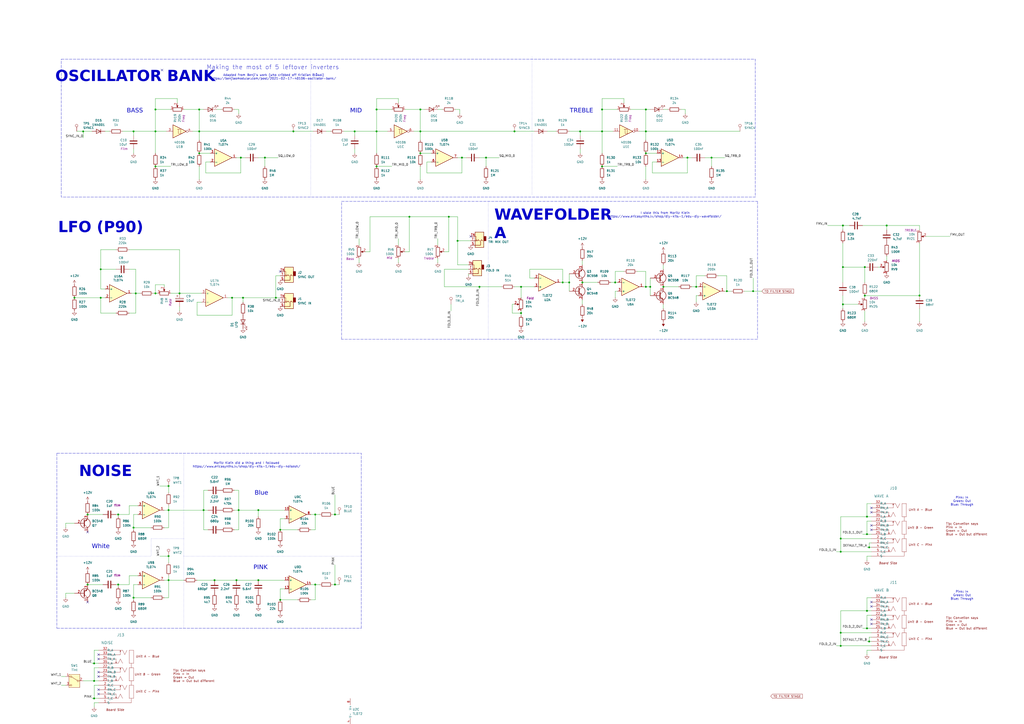
<source format=kicad_sch>
(kicad_sch (version 20231120) (generator "eeschema") (generator_version "8.0")
  (paper "A2")
  (title_block (title "Basiq Explorer") (rev "1.0") (company "velvia-fifty") (comment 1 "https://github.com/velvia-fifty/AudioThings") (comment 2 "If you only sent just one to the fab...") (comment 4 "Stay humble"))
  (junction (at 502.92 354.33))
  (junction (at 115.57 88.9))
  (junction (at 160.02 172.72))
  (junction (at 218.44 96.52))
  (junction (at 162.56 347.98))
  (junction (at 162.56 307.34))
  (junction (at 502.92 299.72))
  (junction (at 134.62 172.72))
  (junction (at 54.61 384.81))
  (junction (at 58.42 156.21))
  (junction (at 501.65 171.45))
  (junction (at 533.4 171.45))
  (junction (at 68.58 298.45))
  (junction (at 50.8 298.45))
  (junction (at 90.17 76.2))
  (junction (at 336.55 76.2))
  (junction (at 278.13 166.37))
  (junction (at 488.95 154.94))
  (junction (at 377.19 166.37))
  (junction (at 501.65 154.94))
  (junction (at 384.81 166.37))
  (junction (at 421.64 168.91))
  (junction (at 54.61 394.97))
  (junction (at 504.19 372.11))
  (junction (at 514.35 130.81))
  (junction (at 104.14 170.18))
  (junction (at 140.97 172.72))
  (junction (at 302.26 181.61))
  (junction (at 356.87 163.83))
  (junction (at 137.16 336.55))
  (junction (at 298.45 76.2))
  (junction (at 326.39 163.83))
  (junction (at 77.47 346.71))
  (junction (at 502.92 309.88))
  (junction (at 374.65 88.9))
  (junction (at 115.57 76.2))
  (junction (at 118.11 295.91))
  (junction (at 260.35 125.73))
  (junction (at 78.74 170.18))
  (junction (at 374.65 166.37))
  (junction (at 281.94 91.44))
  (junction (at 97.79 336.55))
  (junction (at 90.17 63.5))
  (junction (at 349.25 96.52))
  (junction (at 330.2 163.83))
  (junction (at 54.61 405.13))
  (junction (at 149.86 295.91))
  (junction (at 115.57 63.5))
  (junction (at 43.18 172.72))
  (junction (at 149.86 336.55))
  (junction (at 194.31 339.09))
  (junction (at 138.43 295.91))
  (junction (at 487.68 374.65))
  (junction (at 243.84 63.5))
  (junction (at 218.44 63.5))
  (junction (at 237.49 125.73))
  (junction (at 349.25 76.2))
  (junction (at 48.26 76.2))
  (junction (at 97.79 322.58))
  (junction (at 90.17 170.18))
  (junction (at 337.82 163.83))
  (junction (at 374.65 76.2))
  (junction (at 194.31 298.45))
  (junction (at 487.68 320.04))
  (junction (at 50.8 339.09))
  (junction (at 487.68 312.42))
  (junction (at 218.44 76.2))
  (junction (at 58.42 172.72))
  (junction (at 153.67 91.44))
  (junction (at 170.18 76.2))
  (junction (at 488.95 176.53))
  (junction (at 90.17 96.52))
  (junction (at 139.7 91.44))
  (junction (at 502.92 364.49))
  (junction (at 374.65 63.5))
  (junction (at 243.84 88.9))
  (junction (at 182.88 298.45))
  (junction (at 267.97 91.44))
  (junction (at 265.43 139.7))
  (junction (at 243.84 76.2))
  (junction (at 398.78 91.44))
  (junction (at 205.74 76.2))
  (junction (at 487.68 367.03))
  (junction (at 97.79 281.94))
  (junction (at 77.47 306.07))
  (junction (at 68.58 339.09))
  (junction (at 403.86 166.37))
  (junction (at 182.88 339.09))
  (junction (at 488.95 130.81))
  (junction (at 77.47 76.2))
  (junction (at 302.26 166.37))
  (junction (at 124.46 336.55))
  (junction (at 97.79 295.91))
  (junction (at 349.25 63.5))
  (junction (at 412.75 91.44))
  (junction (at 436.88 168.91))
  (junction (at 504.19 317.5))
  (no_connect (at 93.98 40.64))
  (no_connect (at 57.15 382.27))
  (no_connect (at -284.48 466.09))
  (no_connect (at 273.05 137.16))
  (no_connect (at 57.15 379.73))
  (no_connect (at 50.8 349.25))
  (no_connect (at 505.46 349.25))
  (no_connect (at 505.46 351.79))
  (no_connect (at 505.46 294.64))
  (no_connect (at 505.46 304.8))
  (no_connect (at 505.46 307.34))
  (no_connect (at 57.15 402.59))
  (no_connect (at 505.46 361.95))
  (no_connect (at 50.8 308.61))
  (no_connect (at 505.46 359.41))
  (no_connect (at 57.15 392.43))
  (no_connect (at 162.56 157.48))
  (no_connect (at 57.15 389.89))
  (no_connect (at 505.46 297.18))
  (no_connect (at 57.15 400.05))
  (wire (pts (xy 194.31 339.09) (xy 196.85 339.09)))
  (wire (pts (xy 162.56 347.98) (xy 172.72 347.98)))
  (wire (pts (xy 384.81 179.07) (xy 384.81 176.53)))
  (wire (pts (xy 500.38 309.88) (xy 502.92 309.88)))
  (polyline (pts (xy 33.02 262.89) (xy 209.55 262.89)) (stroke (width 0) (type dash)))
  (wire (pts (xy 408.94 91.44) (xy 412.75 91.44)))
  (wire (pts (xy 90.17 57.15) (xy 90.17 63.5)))
  (wire (pts (xy 416.56 160.02) (xy 421.64 160.02)))
  (wire (pts (xy 58.42 172.72) (xy 60.96 172.72)))
  (wire (pts (xy 431.8 168.91) (xy 436.88 168.91)))
  (wire (pts (xy 349.25 96.52) (xy 358.14 96.52)))
  (wire (pts (xy 118.11 63.5) (xy 115.57 63.5)))
  (wire (pts (xy 135.89 63.5) (xy 138.43 63.5)))
  (wire (pts (xy 58.42 144.78) (xy 58.42 156.21)))
  (wire (pts (xy 381 93.98) (xy 378.46 93.98)))
  (wire (pts (xy 58.42 181.61) (xy 67.31 181.61)))
  (wire (pts (xy 234.95 146.05) (xy 237.49 146.05)))
  (wire (pts (xy 265.43 125.73) (xy 260.35 125.73)))
  (wire (pts (xy 502.92 356.87) (xy 502.92 364.49)))
  (wire (pts (xy 128.27 63.5) (xy 125.73 63.5)))
  (wire (pts (xy 501.65 163.83) (xy 501.65 154.94)))
  (wire (pts (xy 78.74 170.18) (xy 81.28 170.18)))
  (wire (pts (xy 260.35 125.73) (xy 260.35 146.05)))
  (wire (pts (xy 356.87 168.91) (xy 358.14 168.91)))
  (wire (pts (xy 487.68 299.72) (xy 487.68 312.42)))
  (wire (pts (xy 218.44 96.52) (xy 227.33 96.52)))
  (wire (pts (xy 502.92 322.58) (xy 505.46 322.58)))
  (wire (pts (xy 378.46 93.98) (xy 378.46 100.33)))
  (wire (pts (xy 71.12 76.2) (xy 77.47 76.2)))
  (wire (pts (xy 369.57 157.48) (xy 374.65 157.48)))
  (wire (pts (xy 97.79 306.07) (xy 97.79 295.91)))
  (wire (pts (xy 194.31 287.02) (xy 194.31 298.45)))
  (wire (pts (xy 182.88 298.45) (xy 180.34 298.45)))
  (wire (pts (xy 243.84 63.5) (xy 234.95 63.5)))
  (polyline (pts (xy 209.55 364.49) (xy 209.55 262.89)) (stroke (width 0) (type dash)))
  (wire (pts (xy 231.14 138.43) (xy 231.14 142.24)))
  (wire (pts (xy 68.58 299.72) (xy 68.58 298.45)))
  (wire (pts (xy 38.1 344.17) (xy 38.1 346.71)))
  (wire (pts (xy 153.67 91.44) (xy 161.29 91.44)))
  (wire (pts (xy 488.95 140.97) (xy 488.95 154.94)))
  (wire (pts (xy 393.7 166.37) (xy 384.81 166.37)))
  (wire (pts (xy 121.92 93.98) (xy 119.38 93.98)))
  (wire (pts (xy 149.86 91.44) (xy 153.67 91.44)))
  (wire (pts (xy 53.34 384.81) (xy 54.61 384.81)))
  (wire (pts (xy 403.86 171.45) (xy 405.13 171.45)))
  (wire (pts (xy 514.35 151.13) (xy 514.35 148.59)))
  (wire (pts (xy 214.63 146.05) (xy 212.09 146.05)))
  (wire (pts (xy 58.42 156.21) (xy 67.31 156.21)))
  (wire (pts (xy 533.4 133.35) (xy 533.4 130.81)))
  (wire (pts (xy 90.17 170.18) (xy 88.9 170.18)))
  (wire (pts (xy 505.46 356.87) (xy 502.92 356.87)))
  (wire (pts (xy 97.79 281.94) (xy 97.79 285.75)))
  (wire (pts (xy 80.01 334.01) (xy 74.93 334.01)))
  (wire (pts (xy 74.93 181.61) (xy 78.74 181.61)))
  (wire (pts (xy 412.75 91.44) (xy 420.37 91.44)))
  (wire (pts (xy 48.26 80.01) (xy 48.26 76.2)))
  (polyline (pts (xy 33.02 364.49) (xy 209.55 364.49)) (stroke (width 0) (type dash)))
  (wire (pts (xy 92.71 281.94) (xy 97.79 281.94)))
  (wire (pts (xy 193.04 339.09) (xy 194.31 339.09)))
  (wire (pts (xy 398.78 91.44) (xy 401.32 91.44)))
  (wire (pts (xy 90.17 165.1) (xy 90.17 170.18)))
  (wire (pts (xy 261.62 180.34) (xy 261.62 176.53)))
  (wire (pts (xy 502.92 302.26) (xy 502.92 309.88)))
  (wire (pts (xy 218.44 63.5) (xy 227.33 63.5)))
  (wire (pts (xy 247.65 100.33) (xy 267.97 100.33)))
  (wire (pts (xy 59.69 339.09) (xy 50.8 339.09)))
  (wire (pts (xy 349.25 63.5) (xy 358.14 63.5)))
  (wire (pts (xy 361.95 59.69) (xy 361.95 57.15)))
  (wire (pts (xy 504.19 372.11) (xy 505.46 372.11)))
  (polyline (pts (xy 33.02 262.89) (xy 33.02 364.49)) (stroke (width 0) (type dash)))
  (wire (pts (xy 271.78 153.67) (xy 265.43 153.67)))
  (wire (pts (xy 97.79 346.71) (xy 97.79 336.55)))
  (wire (pts (xy 504.19 317.5) (xy 505.46 317.5)))
  (polyline (pts (xy 33.02 322.58) (xy 87.63 322.58)) (stroke (width 0) (type dot)))
  (wire (pts (xy 140.97 175.26) (xy 140.97 172.72)))
  (wire (pts (xy 111.76 76.2) (xy 115.57 76.2)))
  (wire (pts (xy 488.95 130.81) (xy 492.76 130.81)))
  (wire (pts (xy 514.35 133.35) (xy 514.35 130.81)))
  (wire (pts (xy 505.46 314.96) (xy 504.19 314.96)))
  (wire (pts (xy 74.93 293.37) (xy 74.93 298.45)))
  (wire (pts (xy 139.7 91.44) (xy 137.16 91.44)))
  (wire (pts (xy 134.62 182.88) (xy 134.62 172.72)))
  (wire (pts (xy 266.7 63.5) (xy 266.7 66.04)))
  (wire (pts (xy 533.4 186.69) (xy 533.4 179.07)))
  (wire (pts (xy 487.68 374.65) (xy 505.46 374.65)))
  (wire (pts (xy 48.26 76.2) (xy 53.34 76.2)))
  (wire (pts (xy 160.02 172.72) (xy 162.56 172.72)))
  (wire (pts (xy 247.65 93.98) (xy 247.65 100.33)))
  (wire (pts (xy 118.11 284.48) (xy 118.11 295.91)))
  (wire (pts (xy 485.14 320.04) (xy 487.68 320.04)))
  (wire (pts (xy 488.95 176.53) (xy 497.84 176.53)))
  (wire (pts (xy 48.26 394.97) (xy 54.61 394.97)))
  (polyline (pts (xy 439.42 116.84) (xy 439.42 196.85)) (stroke (width 0) (type dash)))
  (wire (pts (xy 205.74 88.9) (xy 205.74 86.36)))
  (wire (pts (xy 374.65 166.37) (xy 377.19 166.37)))
  (wire (pts (xy 278.13 91.44) (xy 281.94 91.44)))
  (wire (pts (xy 74.93 156.21) (xy 78.74 156.21)))
  (wire (pts (xy 349.25 76.2) (xy 349.25 88.9)))
  (wire (pts (xy 488.95 154.94) (xy 501.65 154.94)))
  (wire (pts (xy 349.25 76.2) (xy 355.6 76.2)))
  (wire (pts (xy 77.47 339.09) (xy 80.01 339.09)))
  (wire (pts (xy 114.3 175.26) (xy 114.3 182.88)))
  (wire (pts (xy 138.43 284.48) (xy 138.43 295.91)))
  (wire (pts (xy 165.1 300.99) (xy 162.56 300.99)))
  (wire (pts (xy 205.74 76.2) (xy 218.44 76.2)))
  (wire (pts (xy 243.84 76.2) (xy 243.84 63.5)))
  (wire (pts (xy 374.65 63.5) (xy 365.76 63.5)))
  (wire (pts (xy 193.04 298.45) (xy 194.31 298.45)))
  (wire (pts (xy 374.65 76.2) (xy 374.65 81.28)))
  (wire (pts (xy 77.47 307.34) (xy 77.47 306.07)))
  (wire (pts (xy 302.26 181.61) (xy 302.26 182.88)))
  (wire (pts (xy 505.46 302.26) (xy 502.92 302.26)))
  (wire (pts (xy 185.42 298.45) (xy 182.88 298.45)))
  (wire (pts (xy 330.2 76.2) (xy 336.55 76.2)))
  (wire (pts (xy 488.95 163.83) (xy 488.95 154.94)))
  (wire (pts (xy 218.44 57.15) (xy 218.44 63.5)))
  (wire (pts (xy 57.15 387.35) (xy 54.61 387.35)))
  (polyline (pts (xy 106.68 322.58) (xy 106.68 364.49)) (stroke (width 0) (type dot)))
  (wire (pts (xy 149.86 299.72) (xy 149.86 295.91)))
  (wire (pts (xy 250.19 88.9) (xy 243.84 88.9)))
  (wire (pts (xy 349.25 57.15) (xy 349.25 63.5)))
  (wire (pts (xy 137.16 336.55) (xy 149.86 336.55)))
  (wire (pts (xy 231.14 59.69) (xy 231.14 57.15)))
  (wire (pts (xy 502.92 317.5) (xy 504.19 317.5)))
  (wire (pts (xy 67.31 144.78) (xy 58.42 144.78)))
  (wire (pts (xy 140.97 172.72) (xy 134.62 172.72)))
  (wire (pts (xy 356.87 163.83) (xy 354.33 163.83)))
  (wire (pts (xy 502.92 354.33) (xy 487.68 354.33)))
  (wire (pts (xy 214.63 125.73) (xy 237.49 125.73)))
  (wire (pts (xy 374.65 76.2) (xy 429.26 76.2)))
  (wire (pts (xy 90.17 63.5) (xy 90.17 76.2)))
  (wire (pts (xy 139.7 100.33) (xy 139.7 91.44)))
  (wire (pts (xy 182.88 307.34) (xy 182.88 298.45)))
  (wire (pts (xy 218.44 76.2) (xy 224.79 76.2)))
  (wire (pts (xy 436.88 168.91) (xy 441.96 168.91)))
  (wire (pts (xy 420.37 168.91) (xy 421.64 168.91)))
  (wire (pts (xy 58.42 172.72) (xy 58.42 181.61)))
  (wire (pts (xy 102.87 57.15) (xy 90.17 57.15)))
  (wire (pts (xy 77.47 346.71) (xy 77.47 339.09)))
  (wire (pts (xy 104.14 180.34) (xy 104.14 177.8)))
  (wire (pts (xy 58.42 156.21) (xy 58.42 167.64)))
  (wire (pts (xy 180.34 347.98) (xy 182.88 347.98)))
  (wire (pts (xy 97.79 334.01) (xy 97.79 336.55)))
  (wire (pts (xy 278.13 166.37) (xy 290.83 166.37)))
  (wire (pts (xy 358.14 163.83) (xy 356.87 163.83)))
  (wire (pts (xy 488.95 133.35) (xy 488.95 130.81)))
  (wire (pts (xy 297.18 176.53) (xy 298.45 176.53)))
  (wire (pts (xy 302.26 181.61) (xy 297.18 181.61)))
  (wire (pts (xy 102.87 59.69) (xy 102.87 57.15)))
  (wire (pts (xy 214.63 146.05) (xy 214.63 125.73)))
  (wire (pts (xy 95.25 166.37) (xy 95.25 165.1)))
  (wire (pts (xy 92.71 322.58) (xy 97.79 322.58)))
  (wire (pts (xy 307.34 161.29) (xy 307.34 156.21)))
  (wire (pts (xy 254 152.4) (xy 254 149.86)))
  (wire (pts (xy 361.95 157.48) (xy 356.87 157.48)))
  (wire (pts (xy 505.46 346.71) (xy 502.92 346.71)))
  (wire (pts (xy 377.19 63.5) (xy 374.65 63.5)))
  (wire (pts (xy 218.44 76.2) (xy 218.44 88.9)))
  (wire (pts (xy 194.31 327.66) (xy 194.31 339.09)))
  (wire (pts (xy 43.18 303.53) (xy 38.1 303.53)))
  (wire (pts (xy 54.61 410.21) (xy 54.61 407.67)))
  (wire (pts (xy 119.38 93.98) (xy 119.38 100.33)))
  (wire (pts (xy 398.78 100.33) (xy 398.78 91.44)))
  (wire (pts (xy 502.92 364.49) (xy 505.46 364.49)))
  (wire (pts (xy 264.16 63.5) (xy 266.7 63.5)))
  (wire (pts (xy 309.88 161.29) (xy 307.34 161.29)))
  (wire (pts (xy 182.88 347.98) (xy 182.88 339.09)))
  (wire (pts (xy 237.49 125.73) (xy 260.35 125.73)))
  (wire (pts (xy 77.47 306.07) (xy 77.47 298.45)))
  (wire (pts (xy 501.65 172.72) (xy 501.65 171.45)))
  (wire (pts (xy 149.86 295.91) (xy 165.1 295.91)))
  (wire (pts (xy 326.39 163.83) (xy 325.12 163.83)))
  (polyline (pts (xy 308.61 33.02) (xy 308.61 113.03)) (stroke (width 0) (type dot)))
  (wire (pts (xy 243.84 96.52) (xy 243.84 104.14)))
  (polyline (pts (xy 283.21 116.84) (xy 283.21 196.85)) (stroke (width 0) (type dot)))
  (wire (pts (xy 74.93 298.45) (xy 68.58 298.45)))
  (wire (pts (xy 265.43 139.7) (xy 273.05 139.7)))
  (wire (pts (xy 68.58 339.09) (xy 67.31 339.09)))
  (wire (pts (xy 135.89 307.34) (xy 138.43 307.34)))
  (wire (pts (xy 297.18 181.61) (xy 297.18 176.53)))
  (wire (pts (xy 54.61 397.51) (xy 54.61 405.13)))
  (wire (pts (xy 537.21 137.16) (xy 551.18 137.16)))
  (polyline (pts (xy 106.68 312.42) (xy 87.63 312.42)) (stroke (width 0) (type dot)))
  (wire (pts (xy 90.17 63.5) (xy 99.06 63.5)))
  (wire (pts (xy 68.58 298.45) (xy 67.31 298.45)))
  (wire (pts (xy 115.57 76.2) (xy 170.18 76.2)))
  (wire (pts (xy 68.58 340.36) (xy 68.58 339.09)))
  (polyline (pts (xy 106.68 262.89) (xy 106.68 322.58)) (stroke (width 0) (type dot)))
  (wire (pts (xy 153.67 96.52) (xy 153.67 91.44)))
  (wire (pts (xy 119.38 100.33) (xy 139.7 100.33)))
  (wire (pts (xy 54.61 377.19) (xy 54.61 384.81)))
  (wire (pts (xy 307.34 156.21) (xy 326.39 156.21)))
  (wire (pts (xy 257.81 156.21) (xy 257.81 166.37)))
  (wire (pts (xy 317.5 76.2) (xy 322.58 76.2)))
  (wire (pts (xy 336.55 76.2) (xy 349.25 76.2)))
  (wire (pts (xy 309.88 166.37) (xy 302.26 166.37)))
  (wire (pts (xy 256.54 63.5) (xy 254 63.5)))
  (wire (pts (xy 488.95 171.45) (xy 488.95 176.53)))
  (wire (pts (xy 421.64 168.91) (xy 424.18 168.91)))
  (wire (pts (xy 160.02 160.02) (xy 160.02 172.72)))
  (wire (pts (xy 480.06 130.81) (xy 488.95 130.81)))
  (wire (pts (xy 254 138.43) (xy 254 142.24)))
  (polyline (pts (xy 198.12 116.84) (xy 439.42 116.84)) (stroke (width 0) (type dash)))
  (wire (pts (xy 397.51 63.5) (xy 397.51 66.04)))
  (wire (pts (xy 43.18 172.72) (xy 58.42 172.72)))
  (wire (pts (xy 120.65 284.48) (xy 118.11 284.48)))
  (wire (pts (xy 182.88 339.09) (xy 180.34 339.09)))
  (wire (pts (xy 115.57 76.2) (xy 115.57 63.5)))
  (wire (pts (xy 95.25 346.71) (xy 97.79 346.71)))
  (wire (pts (xy 336.55 88.9) (xy 336.55 86.36)))
  (wire (pts (xy 135.89 295.91) (xy 138.43 295.91)))
  (wire (pts (xy 162.56 160.02) (xy 160.02 160.02)))
  (wire (pts (xy 396.24 91.44) (xy 398.78 91.44)))
  (wire (pts (xy 487.68 367.03) (xy 487.68 374.65)))
  (wire (pts (xy 149.86 336.55) (xy 165.1 336.55)))
  (wire (pts (xy 412.75 96.52) (xy 412.75 91.44)))
  (wire (pts (xy 54.61 384.81) (xy 57.15 384.81)))
  (wire (pts (xy 95.25 306.07) (xy 97.79 306.07)))
  (wire (pts (xy 387.35 63.5) (xy 384.81 63.5)))
  (wire (pts (xy 504.19 314.96) (xy 504.19 317.5)))
  (wire (pts (xy 104.14 170.18) (xy 104.14 144.78)))
  (wire (pts (xy 381 88.9) (xy 374.65 88.9)))
  (wire (pts (xy 35.56 397.51) (xy 38.1 397.51)))
  (wire (pts (xy 505.46 299.72) (xy 502.92 299.72)))
  (wire (pts (xy 488.95 176.53) (xy 488.95 179.07)))
  (wire (pts (xy 97.79 336.55) (xy 106.68 336.55)))
  (wire (pts (xy 487.68 354.33) (xy 487.68 367.03)))
  (wire (pts (xy 194.31 298.45) (xy 196.85 298.45)))
  (wire (pts (xy 162.56 341.63) (xy 162.56 347.98)))
  (wire (pts (xy 250.19 93.98) (xy 247.65 93.98)))
  (wire (pts (xy 208.28 138.43) (xy 208.28 142.24)))
  (wire (pts (xy 377.19 166.37) (xy 377.19 171.45)))
  (wire (pts (xy 257.81 146.05) (xy 260.35 146.05)))
  (wire (pts (xy 330.2 163.83) (xy 330.2 168.91)))
  (wire (pts (xy 124.46 336.55) (xy 137.16 336.55)))
  (wire (pts (xy 281.94 96.52) (xy 281.94 91.44)))
  (wire (pts (xy 138.43 295.91) (xy 149.86 295.91)))
  (wire (pts (xy 502.92 325.12) (xy 502.92 322.58)))
  (wire (pts (xy 97.79 295.91) (xy 95.25 295.91)))
  (wire (pts (xy 87.63 306.07) (xy 77.47 306.07)))
  (wire (pts (xy 394.97 63.5) (xy 397.51 63.5)))
  (wire (pts (xy 118.11 295.91) (xy 120.65 295.91)))
  (wire (pts (xy 77.47 347.98) (xy 77.47 346.71)))
  (wire (pts (xy 356.87 172.72) (xy 356.87 168.91)))
  (wire (pts (xy 135.89 284.48) (xy 138.43 284.48)))
  (wire (pts (xy 185.42 339.09) (xy 182.88 339.09)))
  (wire (pts (xy 140.97 172.72) (xy 160.02 172.72)))
  (wire (pts (xy 265.43 139.7) (xy 265.43 125.73)))
  (wire (pts (xy 165.1 341.63) (xy 162.56 341.63)))
  (wire (pts (xy 302.26 172.72) (xy 302.26 166.37)))
  (wire (pts (xy 162.56 307.34) (xy 172.72 307.34)))
  (wire (pts (xy 87.63 346.71) (xy 77.47 346.71)))
  (wire (pts (xy 120.65 307.34) (xy 118.11 307.34)))
  (wire (pts (xy 181.61 76.2) (xy 170.18 76.2)))
  (polyline (pts (xy 382.27 196.85) (xy 198.12 196.85)) (stroke (width 0) (type dash)))
  (wire (pts (xy 502.92 377.19) (xy 505.46 377.19)))
  (wire (pts (xy 533.4 171.45) (xy 533.4 140.97)))
  (wire (pts (xy 500.38 364.49) (xy 502.92 364.49)))
  (wire (pts (xy 505.46 312.42) (xy 487.68 312.42)))
  (wire (pts (xy 502.92 379.73) (xy 502.92 377.19)))
  (wire (pts (xy 77.47 298.45) (xy 80.01 298.45)))
  (wire (pts (xy 43.18 344.17) (xy 38.1 344.17)))
  (wire (pts (xy 54.61 387.35) (xy 54.61 394.97)))
  (wire (pts (xy 54.61 405.13) (xy 57.15 405.13)))
  (wire (pts (xy 54.61 407.67) (xy 57.15 407.67)))
  (wire (pts (xy 243.84 76.2) (xy 243.84 81.28)))
  (wire (pts (xy 346.71 163.83) (xy 337.82 163.83)))
  (wire (pts (xy 502.92 299.72) (xy 487.68 299.72)))
  (wire (pts (xy 356.87 157.48) (xy 356.87 163.83)))
  (wire (pts (xy 138.43 63.5) (xy 138.43 66.04)))
  (wire (pts (xy 74.93 339.09) (xy 68.58 339.09)))
  (wire (pts (xy 403.86 175.26) (xy 403.86 171.45)))
  (wire (pts (xy 90.17 76.2) (xy 90.17 88.9)))
  (polyline (pts (xy 180.34 34.29) (xy 180.34 114.3)) (stroke (width 0) (type dot)))
  (wire (pts (xy 237.49 125.73) (xy 237.49 146.05)))
  (wire (pts (xy 115.57 76.2) (xy 115.57 81.28)))
  (polyline (pts (xy 439.42 157.48) (xy 439.42 156.21)) (stroke (width 0) (type dash)))
  (wire (pts (xy 231.14 57.15) (xy 218.44 57.15)))
  (wire (pts (xy 374.65 157.48) (xy 374.65 166.37)))
  (wire (pts (xy 189.23 76.2) (xy 191.77 76.2)))
  (wire (pts (xy 208.28 152.4) (xy 208.28 149.86)))
  (wire (pts (xy 330.2 158.75) (xy 330.2 163.83)))
  (wire (pts (xy 115.57 63.5) (xy 106.68 63.5)))
  (wire (pts (xy 74.93 334.01) (xy 74.93 339.09)))
  (wire (pts (xy 337.82 176.53) (xy 337.82 173.99)))
  (wire (pts (xy 267.97 91.44) (xy 265.43 91.44)))
  (wire (pts (xy 243.84 76.2) (xy 298.45 76.2)))
  (wire (pts (xy 533.4 130.81) (xy 514.35 130.81)))
  (wire (pts (xy 199.39 76.2) (xy 205.74 76.2)))
  (wire (pts (xy 60.96 76.2) (xy 63.5 76.2)))
  (wire (pts (xy 265.43 153.67) (xy 265.43 139.7)))
  (wire (pts (xy 116.84 175.26) (xy 114.3 175.26)))
  (wire (pts (xy 502.92 309.88) (xy 505.46 309.88)))
  (wire (pts (xy 54.61 377.19) (xy 57.15 377.19)))
  (wire (pts (xy 78.74 181.61) (xy 78.74 170.18)))
  (polyline (pts (xy 106.68 322.58) (xy 209.55 322.58)) (stroke (width 0) (type dot)))
  (wire (pts (xy 114.3 182.88) (xy 134.62 182.88)))
  (wire (pts (xy 384.81 153.67) (xy 384.81 156.21)))
  (wire (pts (xy 377.19 161.29) (xy 377.19 166.37)))
  (wire (pts (xy 97.79 322.58) (xy 97.79 326.39)))
  (wire (pts (xy 505.46 369.57) (xy 504.19 369.57)))
  (wire (pts (xy 240.03 76.2) (xy 243.84 76.2)))
  (wire (pts (xy 281.94 91.44) (xy 289.56 91.44)))
  (wire (pts (xy 500.38 130.81) (xy 514.35 130.81)))
  (wire (pts (xy 374.65 166.37) (xy 373.38 166.37)))
  (wire (pts (xy 502.92 346.71) (xy 502.92 354.33)))
  (wire (pts (xy 271.78 156.21) (xy 257.81 156.21)))
  (wire (pts (xy 90.17 76.2) (xy 96.52 76.2)))
  (wire (pts (xy 403.86 166.37) (xy 401.32 166.37)))
  (wire (pts (xy 99.06 170.18) (xy 104.14 170.18)))
  (wire (pts (xy 231.14 152.4) (xy 231.14 149.86)))
  (wire (pts (xy 114.3 336.55) (xy 124.46 336.55)))
  (wire (pts (xy 504.19 369.57) (xy 504.19 372.11)))
  (wire (pts (xy 59.69 298.45) (xy 50.8 298.45)))
  (wire (pts (xy 336.55 78.74) (xy 336.55 76.2)))
  (wire (pts (xy 78.74 156.21) (xy 78.74 170.18)))
  (wire (pts (xy 53.34 405.13) (xy 54.61 405.13)))
  (wire (pts (xy 97.79 293.37) (xy 97.79 295.91)))
  (wire (pts (xy 302.26 166.37) (xy 298.45 166.37)))
  (wire (pts (xy 421.64 160.02) (xy 421.64 168.91)))
  (wire (pts (xy 501.65 186.69) (xy 501.65 180.34)))
  (wire (pts (xy 77.47 88.9) (xy 77.47 86.36)))
  (wire (pts (xy 77.47 78.74) (xy 77.47 76.2)))
  (wire (pts (xy 115.57 96.52) (xy 115.57 104.14)))
  (wire (pts (xy 218.44 63.5) (xy 218.44 76.2)))
  (wire (pts (xy 91.44 170.18) (xy 90.17 170.18)))
  (wire (pts (xy 374.65 96.52) (xy 374.65 104.14)))
  (wire (pts (xy 505.46 354.33) (xy 502.92 354.33)))
  (wire (pts (xy 58.42 167.64) (xy 60.96 167.64)))
  (wire (pts (xy 302.26 180.34) (xy 302.26 181.61)))
  (wire (pts (xy 162.56 300.99) (xy 162.56 307.34)))
  (wire (pts (xy 76.2 170.18) (xy 78.74 170.18)))
  (wire (pts (xy 405.13 166.37) (xy 403.86 166.37)))
  (wire (pts (xy 267.97 91.44) (xy 270.51 91.44)))
  (wire (pts (xy 97.79 295.91) (xy 118.11 295.91)))
  (wire (pts (xy 38.1 303.53) (xy 38.1 306.07)))
  (wire (pts (xy 309.88 76.2) (xy 298.45 76.2)))
  (polyline (pts (xy 439.42 196.85) (xy 382.27 196.85)) (stroke (width 0) (type dash)))
  (wire (pts (xy 121.92 88.9) (xy 115.57 88.9)))
  (wire (pts (xy 139.7 91.44) (xy 142.24 91.44)))
  (wire (pts (xy 326.39 156.21) (xy 326.39 163.83)))
  (polyline (pts (xy 198.12 196.85) (xy 198.12 116.84)) (stroke (width 0) (type dash)))
  (wire (pts (xy 509.27 154.94) (xy 510.54 154.94)))
  (wire (pts (xy 337.82 151.13) (xy 337.82 153.67)))
  (wire (pts (xy 349.25 63.5) (xy 349.25 76.2)))
  (wire (pts (xy 487.68 312.42) (xy 487.68 320.04)))
  (wire (pts (xy 505.46 292.1) (xy 502.92 292.1)))
  (wire (pts (xy 54.61 394.97) (xy 57.15 394.97)))
  (wire (pts (xy 485.14 374.65) (xy 487.68 374.65)))
  (wire (pts (xy 77.47 76.2) (xy 90.17 76.2)))
  (wire (pts (xy 57.15 397.51) (xy 54.61 397.51)))
  (wire (pts (xy 180.34 307.34) (xy 182.88 307.34)))
  (wire (pts (xy 487.68 320.04) (xy 505.46 320.04)))
  (wire (pts (xy 35.56 392.43) (xy 38.1 392.43)))
  (wire (pts (xy 278.13 167.64) (xy 278.13 166.37)))
  (wire (pts (xy 257.81 166.37) (xy 278.13 166.37)))
  (wire (pts (xy 370.84 76.2) (xy 374.65 76.2)))
  (wire (pts (xy 403.86 160.02) (xy 403.86 166.37)))
  (wire (pts (xy 205.74 78.74) (xy 205.74 76.2)))
  (wire (pts (xy 267.97 100.33) (xy 267.97 91.44)))
  (wire (pts (xy 436.88 161.29) (xy 436.88 168.91)))
  (wire (pts (xy 74.93 144.78) (xy 104.14 144.78)))
  (wire (pts (xy 330.2 163.83) (xy 326.39 163.83)))
  (wire (pts (xy 505.46 367.03) (xy 487.68 367.03)))
  (wire (pts (xy 502.92 372.11) (xy 504.19 372.11)))
  (wire (pts (xy 97.79 336.55) (xy 95.25 336.55)))
  (wire (pts (xy 408.94 160.02) (xy 403.86 160.02)))
  (wire (pts (xy 138.43 295.91) (xy 138.43 307.34)))
  (wire (pts (xy 501.65 171.45) (xy 533.4 171.45)))
  (wire (pts (xy 134.62 172.72) (xy 132.08 172.72)))
  (wire (pts (xy 271.78 158.75) (xy 271.78 160.02)))
  (wire (pts (xy 246.38 63.5) (xy 243.84 63.5)))
  (wire (pts (xy 95.25 165.1) (xy 90.17 165.1)))
  (wire (pts (xy 104.14 170.18) (xy 116.84 170.18)))
  (wire (pts (xy 378.46 100.33) (xy 398.78 100.33)))
  (wire (pts (xy 361.95 57.15) (xy 349.25 57.15)))
  (wire (pts (xy 80.01 293.37) (xy 74.93 293.37)))
  (wire (pts (xy 374.65 76.2) (xy 374.65 63.5)))
  (polyline (pts (xy 87.63 312.42) (xy 87.63 322.58)) (stroke (width 0) (type dot)))
  (wire (pts (xy 44.45 76.2) (xy 48.26 76.2)))
  (wire (pts (xy 90.17 96.52) (xy 99.06 96.52)))
  (wire (pts (xy 502.92 292.1) (xy 502.92 299.72)))
  (wire (pts (xy 118.11 307.34) (xy 118.11 295.91)))
  (rectangle (start 35.56 34.29) (end 438.15 114.3) (stroke (width 0) (type dash)))
  (text "NOISE" (at 61.214 275.336 0) (effects (font (size 6.35 6.35) (thickness 1.27) (bold yes))))
  (text "Pink: In\nGreen: Out\nBlue: Through" (at 558.038 290.83 0) (effects (font (size 1.27 1.27))))
  (text "BASS" (at 78.232 65.024 0) (effects (font (size 2.54 2.54) (thickness 0.4763))))
  (text "Moritz Klein did a thing and I followed\nhttps://www.ericasynths.lv/shop/diy-kits-1/edu-diy-noisesh/" (at 143.002 269.748 0) (effects (font (size 1.27 1.27))))
  (text "I stole this from Moritz Klein\nhttps://www.ericasynths.lv/shop/diy-kits-1/edu-diy-wavefolder/\n" (at 385.826 124.714 0) (effects (font (size 1.27 1.27))))
  (text "LFO (P90)" (at 58.42 133.858 0) (effects (font (size 6.35 6.35) (thickness 1.27) (bold yes))))
  (text "Making the most of 5 leftover inverters" (at 158.242 39.116 0) (effects (font (size 2.54 2.54))))
  (text "WAVEFOLDER\nA" (at 286.766 122.936 0) (effects (font (size 6.35 6.35) (thickness 1.27) (bold yes)) (justify left top)))
  (text "TREBLE" (at 337.312 65.024 0) (effects (font (size 2.54 2.54) (thickness 0.4763))))
  (text "Blue" (at 151.638 286.766 0) (effects (font (size 2.54 2.54) (thickness 0.4763))))
  (text "MID" (at 206.502 65.024 0) (effects (font (size 2.54 2.54) (thickness 0.4763))))
  (text "OSCILLATOR BANK" (at 78.486 46.228 0) (effects (font (size 6.35 6.35) (thickness 1.27) (bold yes))))
  (text "White" (at 58.42 317.754 0) (effects (font (size 2.54 2.54) (thickness 0.4763))))
  (text "PINK" (at 151.13 329.946 0) (effects (font (size 2.54 2.54) (thickness 0.4763))))
  (text "Pink: In\nGreen: Out\nBlue: Through" (at 558.038 345.44 0) (effects (font (size 1.27 1.27))))
  (text "Adapted from Benji's work (who cribbed off Kristian Blåsol)\nhttps://benjiaomodular.com/post/2021-02-17-40106-oscillator-bank/" (at 158.75 44.704 0) (effects (font (size 1.27 1.27))))
  (label "FOLD_0_IN" (at 278.13 167.64 270))
  (label "TRI_TRB_0" (at 358.14 96.52 0))
  (label "FMV_OUT" (at 551.18 137.16 0))
  (label "DEFAULT_TRI_A" (at 502.92 317.5 180))
  (label "WHT_1" (at 92.71 281.94 90))
  (label "BLUE" (at 194.31 287.02 90))
  (label "TRI_MID_0" (at 231.14 138.43 90))
  (label "SQ_LOW_0" (at 161.29 91.44 0))
  (label "SYNC_IN_0" (at 162.56 175.26 180))
  (label "PINK" (at 53.34 405.13 180))
  (label "TRI_TRB_0" (at 254 138.43 90))
  (label "FOLD_0_IN" (at 261.62 180.34 270))
  (label "FOLD_2_OUT" (at 500.38 364.49 180))
  (label "TRI_LOW_0" (at 208.28 138.43 90))
  (label "FMV_IN" (at 480.06 130.81 180))
  (label "SQ_MID_0" (at 289.56 91.44 0))
  (label "SYNC_IN_0" (at 48.26 80.01 180))
  (label "FOLD_1_OUT" (at 436.88 161.29 90))
  (label "FOLD_2_IN" (at 485.14 374.65 180))
  (label "TRI_MID_0" (at 227.33 96.52 0))
  (label "TRI_LOW_0" (at 99.06 96.52 0))
  (label "WHT_2" (at 35.56 397.51 180))
  (label "FOLD_1_OUT" (at 500.38 309.88 180))
  (label "PINK" (at 194.31 327.66 90))
  (label "WHT_2" (at 92.71 322.58 90))
  (label "WHT_1" (at 35.56 392.43 180))
  (label "FOLD_1_IN" (at 485.14 320.04 180))
  (label "BLUE" (at 53.34 384.81 180))
  (label "SQ_TRB_0" (at 420.37 91.44 0))
  (label "DEFAULT_TRI_B" (at 502.92 372.11 180))
  (global_label "TO FILTER STAGE" (shape input) (at 441.96 168.91 0) (property "Intersheetrefs" "${INTERSHEET_REFS}" (effects (hide yes))))
  (global_label "TO FILTER STAGE" (shape input) (at 447.04 403.86 0) (property "Intersheetrefs" "${INTERSHEET_REFS}" (effects (hide yes))))
  (symbol (lib_id "power:GND") (at 488.95 186.69 0) (unit 1)
    (property "Reference" "#PWR0114" (effects (hide yes)))
    (property "Value" "GND" (at 488.95 191.77 0))
    (property "Description" "Power symbol creates a global label with name \"GND\" , ground" (effects (hide yes)))
  )
  (symbol (lib_id "Amplifier_Operational:TL072") (at 162.56 464.82 0) (unit 3)
    (property "Reference" "U6" (at 161.29 463.5499 0) (effects (justify left)))
    (property "Value" "TL072" (at 161.29 466.0899 0) (effects (justify left)))
    (property "Footprint" "Package_SO:SOIC-8_3.9x4.9mm_P1.27mm" (effects (hide yes)))
    (property "Datasheet" "http://www.ti.com/lit/ds/symlink/tl071.pdf" (effects (hide yes)))
    (property "Description" "Dual Low-Noise JFET-Input Operational Amplifiers, DIP-8/SOIC-8" (effects (hide yes)))
  )
  (symbol (lib_id "Device:R") (at 153.67 100.33 0) (unit 1)
    (property "Reference" "R46" (at 156.21 99.0599 0) (effects (justify left)))
    (property "Value" "1M" (at 156.21 101.5999 0) (effects (justify left)))
    (property "Footprint" "Resistor_SMD:R_0805_2012Metric_Pad1.20x1.40mm_HandSolder" (effects (hide yes)))
    (property "Description" "Resistor" (effects (hide yes)))
  )
  (symbol (lib_id "Device:C_Polarized") (at 104.14 173.99 0) (unit 1)
    (property "Reference" "C9" (at 107.95 171.8309 0) (effects (justify left)))
    (property "Value" "10uF" (at 107.95 174.3709 0) (effects (justify left)))
    (property "Footprint" "Capacitor_SMD:C_0805_2012Metric_Pad1.18x1.45mm_HandSolder" (effects (hide yes)))
    (property "Description" "Polarized capacitor" (effects (hide yes)))
  )
  (symbol (lib_id "Device:R") (at 85.09 170.18 90) (unit 1)
    (property "Reference" "R29" (at 85.09 163.83 90))
    (property "Value" "10k" (at 85.09 166.37 90))
    (property "Footprint" "Resistor_SMD:R_0805_2012Metric_Pad1.20x1.40mm_HandSolder" (effects (hide yes)))
    (property "Description" "Resistor" (effects (hide yes)))
  )
  (symbol (lib_id "Switch:SW_SPDT") (at 43.18 394.97 0) (mirror y) (unit 1)
    (property "Reference" "SW1" (at 43.18 386.08 0))
    (property "Value" "Tint" (at 43.18 388.62 0))
    (property "Footprint" "AT-Footprints:SW_LC1258EENP" (effects (hide yes)))
    (property "Description" "Switch, single pole double throw" (effects (hide yes)))
  )
  (symbol (lib_id "Device:R") (at 365.76 157.48 90) (unit 1)
    (property "Reference" "R110" (at 365.76 151.13 90))
    (property "Value" "20k" (at 365.76 153.67 90))
    (property "Footprint" "Resistor_SMD:R_0805_2012Metric_Pad1.20x1.40mm_HandSolder" (effects (hide yes)))
    (property "Description" "Resistor" (effects (hide yes)))
  )
  (symbol (lib_id "Connector:TestPoint") (at 97.79 322.58 0) (unit 1)
    (property "Reference" "TP9" (at 100.33 318.0079 0) (effects (justify left)))
    (property "Value" "WHT2" (at 100.33 320.5479 0) (effects (justify left)))
    (property "Footprint" "TestPoint:TestPoint_Pad_1.0x1.0mm" (effects (hide yes)))
    (property "Description" "test point" (effects (hide yes)))
  )
  (symbol (lib_id "power:GND") (at 77.47 355.6 0) (unit 1)
    (property "Reference" "#PWR077" (effects (hide yes)))
    (property "Value" "GND" (at 77.47 360.68 0))
    (property "Description" "Power symbol creates a global label with name \"GND\" , ground" (effects (hide yes)))
  )
  (symbol (lib_id "Device:R") (at 132.08 295.91 90) (unit 1)
    (property "Reference" "R97" (at 132.08 289.56 90))
    (property "Value" "470k" (at 132.08 292.1 90))
    (property "Footprint" "Resistor_SMD:R_0805_2012Metric_Pad1.20x1.40mm_HandSolder" (effects (hide yes)))
    (property "Description" "Resistor" (effects (hide yes)))
  )
  (symbol (lib_id "Transistor_BJT:BC548") (at 382.27 171.45 0) (unit 1)
    (property "Reference" "Q6" (at 387.35 170.1799 0) (effects (justify left)))
    (property "Value" "BC548" (at 387.35 172.7199 0) (effects (justify left)))
    (property "Footprint" "Package_TO_SOT_SMD:SOT-23-3" (effects (hide yes)))
    (property "Datasheet" "https://www.onsemi.com/pub/Collateral/BC550-D.pdf" (effects (hide yes)))
    (property "Description" "0.1A Ic, 30V Vce, Small Signal NPN Transistor, TO-92" (effects (hide yes)))
  )
  (symbol (lib_id "power:-12V") (at 337.82 184.15 180) (unit 1)
    (property "Reference" "#PWR084" (effects (hide yes)))
    (property "Value" "-12V" (at 337.82 189.23 0))
    (property "Description" "Power symbol creates a global label with name \"-12V\"" (effects (hide yes)))
  )
  (symbol (lib_id "Device:R") (at 91.44 346.71 90) (unit 1)
    (property "Reference" "R91" (at 91.44 340.36 90))
    (property "Value" "100k" (at 91.44 342.9 90))
    (property "Footprint" "Resistor_SMD:R_0805_2012Metric_Pad1.20x1.40mm_HandSolder" (effects (hide yes)))
    (property "Description" "Resistor" (effects (hide yes)))
  )
  (symbol (lib_id "power:GND") (at 349.25 104.14 0) (unit 1)
    (property "Reference" "#PWR0100" (effects (hide yes)))
    (property "Value" "GND" (at 349.25 109.22 0))
    (property "Description" "Power symbol creates a global label with name \"GND\" , ground" (effects (hide yes)))
  )
  (symbol (lib_id "power:GND") (at 137.16 351.79 0) (unit 1)
    (property "Reference" "#PWR079" (effects (hide yes)))
    (property "Value" "GND" (at 137.16 356.87 0))
    (property "Description" "Power symbol creates a global label with name \"GND\" , ground" (effects (hide yes)))
  )
  (symbol (lib_id "power:GND") (at 153.67 104.14 0) (unit 1)
    (property "Reference" "#PWR054" (effects (hide yes)))
    (property "Value" "GND" (at 153.67 109.22 0))
    (property "Description" "Power symbol creates a global label with name \"GND\" , ground" (effects (hide yes)))
  )
  (symbol (lib_id "Device:R") (at 349.25 92.71 0) (unit 1)
    (property "Reference" "R130" (at 351.79 91.4399 0) (effects (justify left)))
    (property "Value" "1k" (at 351.79 93.9799 0) (effects (justify left)))
    (property "Footprint" "Resistor_SMD:R_0805_2012Metric_Pad1.20x1.40mm_HandSolder" (effects (hide yes)))
    (property "Description" "Resistor" (effects (hide yes)))
  )
  (symbol (lib_id "Device:R") (at 374.65 92.71 0) (mirror y) (unit 1)
    (property "Reference" "R133" (at 372.11 91.4399 0) (effects (justify left)))
    (property "Value" "10k" (at 372.11 93.9799 0) (effects (justify left)))
    (property "Footprint" "Resistor_SMD:R_0805_2012Metric_Pad1.20x1.40mm_HandSolder" (effects (hide yes)))
    (property "Description" "Resistor" (effects (hide yes)))
  )
  (symbol (lib_id "power:GND") (at 38.1 346.71 0) (unit 1)
    (property "Reference" "#PWR071" (effects (hide yes)))
    (property "Value" "GND" (at 38.1 351.79 0))
    (property "Description" "Power symbol creates a global label with name \"GND\" , ground" (effects (hide yes)))
  )
  (symbol (lib_id "power:GND") (at 243.84 104.14 0) (unit 1)
    (property "Reference" "#PWR090" (effects (hide yes)))
    (property "Value" "GND" (at 243.84 109.22 0))
    (property "Description" "Power symbol creates a global label with name \"GND\" , ground" (effects (hide yes)))
  )
  (symbol (lib_id "4xxx:40106") (at 232.41 76.2 0) (mirror x) (unit 3)
    (property "Reference" "U1" (at 232.41 85.09 0))
    (property "Value" "40106" (at 232.41 82.55 0))
    (property "Footprint" "Package_SO:TSSOP-14_4.4x5mm_P0.65mm" (effects (hide yes)))
    (property "Datasheet" "https://assets.nexperia.com/documents/data-sheet/HEF40106B.pdf" (effects (hide yes)))
    (property "Description" "Hex Schmitt trigger inverter" (effects (hide yes)))
  )
  (symbol (lib_id "Connector_Audio:AudioJack2_SwitchT") (at 167.64 160.02 180) (unit 1)
    (property "Reference" "J2" (at 172.72 158.1149 0) (effects (justify right)))
    (property "Value" "SYNC OUT" (at 172.72 160.6549 0) (effects (justify right)))
    (property "Footprint" "Connector_Audio:Jack_3.5mm_CUI_SJ-3524-SMT_Horizontal" (effects (hide yes)))
    (property "Description" "Audio Jack, 2 Poles (Mono / TS), Switched T Pole (Normalling)" (effects (hide yes)))
  )
  (symbol (lib_id "power:-12V") (at 384.81 186.69 180) (unit 1)
    (property "Reference" "#PWR089" (effects (hide yes)))
    (property "Value" "-12V" (at 384.81 191.77 0))
    (property "Description" "Power symbol creates a global label with name \"-12V\"" (effects (hide yes)))
  )
  (symbol (lib_id "power:GND") (at 77.47 88.9 0) (unit 1)
    (property "Reference" "#PWR035" (effects (hide yes)))
    (property "Value" "GND" (at 77.47 93.98 0))
    (property "Description" "Power symbol creates a global label with name \"GND\" , ground" (effects (hide yes)))
  )
  (symbol (lib_id "Device:R") (at 501.65 167.64 0) (unit 1)
    (property "Reference" "R122" (at 504.19 166.3699 0) (effects (justify left)))
    (property "Value" "680R" (at 504.19 168.9099 0) (effects (justify left)))
    (property "Footprint" "Resistor_SMD:R_0805_2012Metric_Pad1.20x1.40mm_HandSolder" (effects (hide yes)))
    (property "Description" "Resistor" (effects (hide yes)))
  )
  (symbol (lib_id "Amplifier_Operational:TL074") (at 68.58 170.18 0) (unit 1)
    (property "Reference" "U16" (at 68.58 160.274 0))
    (property "Value" "TL074" (at 68.58 162.56 0))
    (property "Footprint" "Package_SO:TSSOP-14_4.4x5mm_P0.65mm" (effects (hide yes)))
    (property "Datasheet" "http://www.ti.com/lit/ds/symlink/tl071.pdf" (effects (hide yes)))
    (property "Description" "Quad Low-Noise JFET-Input Operational Amplifiers, DIP-14/SOIC-14" (effects (hide yes)))
  )
  (symbol (lib_id "Device:R_Potentiometer") (at 102.87 63.5 270) (mirror x) (unit 1)
    (property "Reference" "RV19" (at 101.5999 66.04 0) (effects (justify right)))
    (property "Value" "250k" (at 104.1399 66.04 0) (effects (justify right)))
    (property "Footprint" "Potentiometer_THT:Potentiometer_Bourns_PTV09A-2_Single_Horizontal" (effects (hide yes)))
    (property "Description" "Potentiometer" (effects (hide yes)))
    (property "Control" "Freq" (at 106.426 68.834 0) (effects (font (italic yes))))
  )
  (symbol (lib_id "power:GND") (at 90.17 104.14 0) (unit 1)
    (property "Reference" "#PWR050" (effects (hide yes)))
    (property "Value" "GND" (at 90.17 109.22 0))
    (property "Description" "Power symbol creates a global label with name \"GND\" , ground" (effects (hide yes)))
  )
  (symbol (lib_id "Device:C") (at 124.46 295.91 90) (unit 1)
    (property "Reference" "C23" (at 124.46 288.29 90))
    (property "Value" "2.2nF" (at 124.46 290.83 90))
    (property "Footprint" "Capacitor_SMD:C_0805_2012Metric_Pad1.18x1.45mm_HandSolder" (effects (hide yes)))
    (property "Description" "Unpolarized capacitor" (effects (hide yes)))
    (property "tyoe" "film" (effects (hide yes)))
  )
  (symbol (lib_id "Device:R") (at 384.81 149.86 0) (unit 1)
    (property "Reference" "R113" (at 387.35 148.5899 0) (effects (justify left)))
    (property "Value" "20k" (at 387.35 151.1299 0) (effects (justify left)))
    (property "Footprint" "Resistor_SMD:R_0805_2012Metric_Pad1.20x1.40mm_HandSolder" (effects (hide yes)))
    (property "Description" "Resistor" (effects (hide yes)))
  )
  (symbol (lib_id "power:GND") (at 281.94 104.14 0) (unit 1)
    (property "Reference" "#PWR093" (effects (hide yes)))
    (property "Value" "GND" (at 281.94 109.22 0))
    (property "Description" "Power symbol creates a global label with name \"GND\" , ground" (effects (hide yes)))
  )
  (symbol (lib_id "Amplifier_Operational:TL072") (at 365.76 166.37 0) (mirror x) (unit 1)
    (property "Reference" "U6" (at 365.76 176.53 0))
    (property "Value" "TL072" (at 365.76 173.99 0))
    (property "Footprint" "Package_SO:SOIC-8_3.9x4.9mm_P1.27mm" (effects (hide yes)))
    (property "Datasheet" "http://www.ti.com/lit/ds/symlink/tl071.pdf" (effects (hide yes)))
    (property "Description" "Dual Low-Noise JFET-Input Operational Amplifiers, DIP-8/SOIC-8" (effects (hide yes)))
  )
  (symbol (lib_id "Device:R_Potentiometer") (at 302.26 176.53 0) (mirror y) (unit 1)
    (property "Reference" "RV4" (at 304.8 177.8001 0) (effects (justify right)))
    (property "Value" "10k" (at 304.8 175.2601 0) (effects (justify right)))
    (property "Footprint" "Potentiometer_THT:Potentiometer_Bourns_PTV09A-2_Single_Horizontal" (effects (hide yes)))
    (property "Description" "Potentiometer" (effects (hide yes)))
    (property "Control" "Fold" (at 307.594 172.974 0) (effects (font (italic yes))))
  )
  (symbol (lib_id "Device:C") (at 336.55 82.55 0) (mirror x) (unit 1)
    (property "Reference" "C34" (at 332.74 81.2799 0) (effects (justify right)))
    (property "Value" "100uf" (at 332.74 83.8199 0) (effects (justify right)))
    (property "Footprint" "Capacitor_SMD:C_0805_2012Metric_Pad1.18x1.45mm_HandSolder" (effects (hide yes)))
    (property "Description" "Unpolarized capacitor" (effects (hide yes)))
    (property "type" "Film" (effects (hide yes)))
  )
  (symbol (lib_id "power:GND") (at 115.57 104.14 0) (unit 1)
    (property "Reference" "#PWR052" (effects (hide yes)))
    (property "Value" "GND" (at 115.57 109.22 0))
    (property "Description" "Power symbol creates a global label with name \"GND\" , ground" (effects (hide yes)))
  )
  (symbol (lib_id "Amplifier_Operational:TL074") (at 129.54 91.44 0) (unit 1)
    (property "Reference" "U5" (at 129.54 81.534 0))
    (property "Value" "TL074" (at 129.54 83.82 0))
    (property "Footprint" "Package_SO:TSSOP-14_4.4x5mm_P0.65mm" (effects (hide yes)))
    (property "Datasheet" "http://www.ti.com/lit/ds/symlink/tl071.pdf" (effects (hide yes)))
    (property "Description" "Quad Low-Noise JFET-Input Operational Amplifiers, DIP-14/SOIC-14" (effects (hide yes)))
  )
  (symbol (lib_id "Amplifier_Operational:TL074") (at 172.72 298.45 0) (unit 3)
    (property "Reference" "U9" (at 172.72 288.29 0))
    (property "Value" "TL074" (at 172.72 290.83 0))
    (property "Footprint" "Package_SO:TSSOP-14_4.4x5mm_P0.65mm" (effects (hide yes)))
    (property "Datasheet" "http://www.ti.com/lit/ds/symlink/tl071.pdf" (effects (hide yes)))
    (property "Description" "Quad Low-Noise JFET-Input Operational Amplifiers, DIP-14/SOIC-14" (effects (hide yes)))
  )
  (symbol (lib_id "power:+12V") (at 43.18 165.1 0) (unit 1)
    (property "Reference" "#PWR034" (effects (hide yes)))
    (property "Value" "+12V" (at 43.18 160.02 0))
    (property "Description" "Power symbol creates a global label with name \"+12V\"" (effects (hide yes)))
  )
  (symbol (lib_id "Diode:1N4148W") (at 313.69 76.2 0) (mirror y) (unit 1)
    (property "Reference" "D19" (at 313.69 69.85 0))
    (property "Value" "1N4001" (at 313.69 72.39 0))
    (property "Footprint" "Diode_SMD:D_0805_2012Metric_Pad1.15x1.40mm_HandSolder" (effects (hide yes)))
    (property "Datasheet" "https://www.vishay.com/docs/85748/1n4148w.pdf" (effects (hide yes)))
    (property "Description" "75V 0.15A Fast Switching Diode, SOD-123" (effects (hide yes)))
    (property "Sim.Device" "D" (effects (hide yes)))
    (property "Sim.Pins" "1=K 2=A" (effects (hide yes)))
  )
  (symbol (lib_id "Device:C") (at 488.95 167.64 180) (unit 1)
    (property "Reference" "C38" (at 492.506 166.624 0) (effects (justify right)))
    (property "Value" "100nF" (at 492.506 169.164 0) (effects (justify right)))
    (property "Footprint" "Capacitor_SMD:C_0805_2012Metric_Pad1.18x1.45mm_HandSolder" (effects (hide yes)))
    (property "Description" "Unpolarized capacitor" (effects (hide yes)))
    (property "type" "Film" (effects (hide yes)))
  )
  (symbol (lib_id "Device:C") (at 137.16 340.36 0) (mirror x) (unit 1)
    (property "Reference" "C26" (at 133.35 339.0899 0) (effects (justify right)))
    (property "Value" "2.2nF" (at 133.35 341.6299 0) (effects (justify right)))
    (property "Footprint" "Capacitor_SMD:C_0805_2012Metric_Pad1.18x1.45mm_HandSolder" (effects (hide yes)))
    (property "Description" "Unpolarized capacitor" (effects (hide yes)))
    (property "type" "Film" (effects (hide yes)))
  )
  (symbol (lib_id "power:GND") (at 254 152.4 0) (mirror y) (unit 1)
    (property "Reference" "#PWR032" (effects (hide yes)))
    (property "Value" "GND" (at 254 157.48 0))
    (property "Description" "Power symbol creates a global label with name \"GND\" , ground" (effects (hide yes)))
  )
  (symbol (lib_id "Device:C") (at 533.4 175.26 180) (unit 1)
    (property "Reference" "C39" (at 536.956 174.244 0) (effects (justify right)))
    (property "Value" "68nF" (at 536.956 176.784 0) (effects (justify right)))
    (property "Footprint" "Capacitor_SMD:C_0805_2012Metric_Pad1.18x1.45mm_HandSolder" (effects (hide yes)))
    (property "Description" "Unpolarized capacitor" (effects (hide yes)))
    (property "type" "Film" (effects (hide yes)))
  )
  (symbol (lib_id "Device:R") (at 71.12 144.78 90) (unit 1)
    (property "Reference" "R33" (at 71.12 138.43 90))
    (property "Value" "220k" (at 71.12 140.97 90))
    (property "Footprint" "Resistor_SMD:R_0805_2012Metric_Pad1.20x1.40mm_HandSolder" (effects (hide yes)))
    (property "Description" "Resistor" (effects (hide yes)))
  )
  (symbol (lib_id "power:GND") (at 54.61 410.21 0) (mirror y) (unit 1)
    (property "Reference" "#PWR021" (effects (hide yes)))
    (property "Value" "GND" (at 54.61 415.29 0))
    (property "Description" "Power symbol creates a global label with name \"GND\" , ground" (effects (hide yes)))
  )
  (symbol (lib_id "Amplifier_Operational:TL072") (at 205.74 412.75 0) (unit 3)
    (property "Reference" "U2" (at 204.47 411.4799 0) (effects (justify left)))
    (property "Value" "TL072" (at 204.47 414.0199 0) (effects (justify left)))
    (property "Footprint" "Package_SO:SOIC-8_3.9x4.9mm_P1.27mm" (effects (hide yes)))
    (property "Datasheet" "http://www.ti.com/lit/ds/symlink/tl071.pdf" (effects (hide yes)))
    (property "Description" "Dual Low-Noise JFET-Input Operational Amplifiers, DIP-8/SOIC-8" (effects (hide yes)))
  )
  (symbol (lib_id "Device:R") (at 294.64 166.37 270) (unit 1)
    (property "Reference" "R45" (at 294.64 160.02 90))
    (property "Value" "51k" (at 294.64 162.56 90))
    (property "Footprint" "Resistor_SMD:R_0805_2012Metric_Pad1.20x1.40mm_HandSolder" (effects (hide yes)))
    (property "Description" "Resistor" (effects (hide yes)))
  )
  (symbol (lib_id "Device:R") (at 68.58 303.53 0) (unit 1)
    (property "Reference" "R86" (at 71.12 302.2599 0) (effects (justify left)))
    (property "Value" "100k" (at 71.12 304.7999 0) (effects (justify left)))
    (property "Footprint" "Resistor_SMD:R_0805_2012Metric_Pad1.20x1.40mm_HandSolder" (effects (hide yes)))
    (property "Description" "Resistor" (effects (hide yes)))
  )
  (symbol (lib_id "Device:R") (at 50.8 294.64 0) (unit 1)
    (property "Reference" "R84" (at 53.34 293.3699 0) (effects (justify left)))
    (property "Value" "100k" (at 53.34 295.9099 0) (effects (justify left)))
    (property "Footprint" "Resistor_SMD:R_0805_2012Metric_Pad1.20x1.40mm_HandSolder" (effects (hide yes)))
    (property "Description" "Resistor" (effects (hide yes)))
  )
  (symbol (lib_id "power:GND") (at 124.46 351.79 0) (unit 1)
    (property "Reference" "#PWR078" (effects (hide yes)))
    (property "Value" "GND" (at 124.46 356.87 0))
    (property "Description" "Power symbol creates a global label with name \"GND\" , ground" (effects (hide yes)))
  )
  (symbol (lib_id "Diode:1N4148W") (at 185.42 76.2 0) (mirror y) (unit 1)
    (property "Reference" "D17" (at 185.42 69.85 0))
    (property "Value" "1N4001" (at 185.42 72.39 0))
    (property "Footprint" "Diode_SMD:D_0805_2012Metric_Pad1.15x1.40mm_HandSolder" (effects (hide yes)))
    (property "Datasheet" "https://www.vishay.com/docs/85748/1n4148w.pdf" (effects (hide yes)))
    (property "Description" "75V 0.15A Fast Switching Diode, SOD-123" (effects (hide yes)))
    (property "Sim.Device" "D" (effects (hide yes)))
    (property "Sim.Pins" "1=K 2=A" (effects (hide yes)))
  )
  (symbol (lib_id "power:+12V") (at 384.81 146.05 0) (unit 1)
    (property "Reference" "#PWR088" (effects (hide yes)))
    (property "Value" "+12V" (at 384.81 140.97 0))
    (property "Description" "Power symbol creates a global label with name \"+12V\"" (effects (hide yes)))
  )
  (symbol (lib_id "Device:R_Potentiometer") (at 533.4 137.16 0) (unit 1)
    (property "Reference" "RV21" (at 530.86 138.4301 0) (effects (justify right)))
    (property "Value" "10k" (at 530.86 135.8901 0) (effects (justify right)))
    (property "Footprint" "Potentiometer_THT:Potentiometer_Bourns_PTV09A-2_Single_Horizontal" (effects (hide yes)))
    (property "Description" "Potentiometer" (effects (hide yes)))
    (property "Control" "TREBLE" (at 528.066 133.604 0) (effects (font (italic yes))))
  )
  (symbol (lib_id "Device:R") (at 162.56 311.15 0) (mirror y) (unit 1)
    (property "Reference" "R102" (at 160.02 309.8799 0) (effects (justify left)))
    (property "Value" "100k" (at 160.02 312.4199 0) (effects (justify left)))
    (property "Footprint" "Resistor_SMD:R_0805_2012Metric_Pad1.20x1.40mm_HandSolder" (effects (hide yes)))
    (property "Description" "Resistor" (effects (hide yes)))
  )
  (symbol (lib_id "power:GND") (at 412.75 104.14 0) (unit 1)
    (property "Reference" "#PWR0103" (effects (hide yes)))
    (property "Value" "GND" (at 412.75 109.22 0))
    (property "Description" "Power symbol creates a global label with name \"GND\" , ground" (effects (hide yes)))
  )
  (symbol (lib_id "power:GND") (at 397.51 66.04 0) (unit 1)
    (property "Reference" "#PWR0102" (effects (hide yes)))
    (property "Value" "GND" (at 397.51 71.12 0))
    (property "Description" "Power symbol creates a global label with name \"GND\" , ground" (effects (hide yes)))
  )
  (symbol (lib_id "Device:R_Potentiometer") (at 95.25 170.18 270) (mirror x) (unit 1)
    (property "Reference" "RV8" (at 93.9799 172.72 0) (effects (justify right)))
    (property "Value" "1M" (at 96.5199 172.72 0) (effects (justify right)))
    (property "Footprint" "Potentiometer_THT:Potentiometer_Bourns_PTV09A-2_Single_Horizontal" (effects (hide yes)))
    (property "Description" "Potentiometer" (effects (hide yes)))
    (property "Control" "Rate" (at 98.806 175.514 0) (effects (font (italic yes))))
  )
  (symbol (lib_id "Device:R") (at 281.94 100.33 0) (unit 1)
    (property "Reference" "R121" (at 284.48 99.0599 0) (effects (justify left)))
    (property "Value" "1M" (at 284.48 101.5999 0) (effects (justify left)))
    (property "Footprint" "Resistor_SMD:R_0805_2012Metric_Pad1.20x1.40mm_HandSolder" (effects (hide yes)))
    (property "Description" "Resistor" (effects (hide yes)))
  )
  (symbol (lib_id "Device:R") (at 124.46 347.98 0) (mirror y) (unit 1)
    (property "Reference" "R95" (at 121.92 346.7099 0) (effects (justify left)))
    (property "Value" "4k7" (at 121.92 349.2499 0) (effects (justify left)))
    (property "Footprint" "Resistor_SMD:R_0805_2012Metric_Pad1.20x1.40mm_HandSolder" (effects (hide yes)))
    (property "Description" "Resistor" (effects (hide yes)))
  )
  (symbol (lib_id "Connector:TestPoint") (at 298.45 76.2 0) (unit 1)
    (property "Reference" "TP14" (at 300.99 71.6279 0) (effects (justify left)))
    (property "Value" "SYNC3" (at 300.99 74.1679 0) (effects (justify left)))
    (property "Footprint" "TestPoint:TestPoint_Pad_1.0x1.0mm" (effects (hide yes)))
    (property "Description" "test point" (effects (hide yes)))
  )
  (symbol (lib_id "Device:R") (at 349.25 100.33 0) (unit 1)
    (property "Reference" "R131" (at 351.79 99.0599 0) (effects (justify left)))
    (property "Value" "1k" (at 351.79 101.5999 0) (effects (justify left)))
    (property "Footprint" "Resistor_SMD:R_0805_2012Metric_Pad1.20x1.40mm_HandSolder" (effects (hide yes)))
    (property "Description" "Resistor" (effects (hide yes)))
  )
  (symbol (lib_id "Transistor_BJT:BC558") (at 382.27 161.29 0) (mirror x) (unit 1)
    (property "Reference" "Q5" (at 387.35 160.0199 0) (effects (justify left)))
    (property "Value" "BC558" (at 387.35 162.5599 0) (effects (justify left)))
    (property "Footprint" "Package_TO_SOT_SMD:SOT-23-3" (effects (hide yes)))
    (property "Datasheet" "https://www.onsemi.com/pub/Collateral/BC556BTA-D.pdf" (effects (hide yes)))
    (property "Description" "0.1A Ic, 30V Vce, PNP Small Signal Transistor, TO-92" (effects (hide yes)))
  )
  (symbol (lib_id "AT-Symbols:STX-4335-5BGP-S1") (at 505.46 292.1 0) (unit 1)
    (property "Reference" "J10" (at 516.128 283.21 0) (effects (font (size 1.524 1.524)) (justify left)))
    (property "Value" "WAVE A" (at 506.984 287.782 0) (effects (font (size 1.524 1.524)) (justify left)))
    (property "Footprint" "AT-Footprints:STX-4335-5BGP-S1_KYC" (effects (hide yes)))
    (property "Datasheet" "STX-4335-5BGP-S1" (effects (hide yes)))
  )
  (symbol (lib_id "power:GND") (at 266.7 66.04 0) (unit 1)
    (property "Reference" "#PWR092" (effects (hide yes)))
    (property "Value" "GND" (at 266.7 71.12 0))
    (property "Description" "Power symbol creates a global label with name \"GND\" , ground" (effects (hide yes)))
  )
  (symbol (lib_id "power:GND") (at 336.55 88.9 0) (unit 1)
    (property "Reference" "#PWR099" (effects (hide yes)))
    (property "Value" "GND" (at 336.55 93.98 0))
    (property "Description" "Power symbol creates a global label with name \"GND\" , ground" (effects (hide yes)))
  )
  (symbol (lib_id "Connector:TestPoint") (at 44.45 76.2 0) (unit 1)
    (property "Reference" "TP5" (at 48.26 71.6279 0) (effects (justify left)))
    (property "Value" "SYNC1" (at 48.26 74.1679 0) (effects (justify left)))
    (property "Footprint" "TestPoint:TestPoint_Pad_1.0x1.0mm" (effects (hide yes)))
    (property "Description" "test point" (effects (hide yes)))
  )
  (symbol (lib_id "Transistor_BJT:BC548") (at 335.28 168.91 0) (unit 1)
    (property "Reference" "Q4" (at 340.36 167.6399 0) (effects (justify left)))
    (property "Value" "BC548" (at 340.36 170.1799 0) (effects (justify left)))
    (property "Footprint" "Package_TO_SOT_SMD:SOT-23-3" (effects (hide yes)))
    (property "Datasheet" "https://www.onsemi.com/pub/Collateral/BC550-D.pdf" (effects (hide yes)))
    (property "Description" "0.1A Ic, 30V Vce, Small Signal NPN Transistor, TO-92" (effects (hide yes)))
  )
  (symbol (lib_id "Connector_Audio:AudioJack2_SwitchT") (at 276.86 156.21 180) (unit 1)
    (property "Reference" "J3" (at 281.94 154.3049 0) (effects (justify right)))
    (property "Value" "FOLD IN" (at 281.94 156.8449 0) (effects (justify right)))
    (property "Footprint" "Connector_Audio:Jack_3.5mm_CUI_SJ-3524-SMT_Horizontal" (effects (hide yes)))
    (property "Description" "Audio Jack, 2 Poles (Mono / TS), Switched T Pole (Normalling)" (effects (hide yes)))
  )
  (symbol (lib_id "Device:C") (at 146.05 91.44 90) (unit 1)
    (property "Reference" "C29" (at 146.05 83.82 90))
    (property "Value" "100nf" (at 146.05 86.36 90))
    (property "Footprint" "Capacitor_SMD:C_0805_2012Metric_Pad1.18x1.45mm_HandSolder" (effects (hide yes)))
    (property "Description" "Unpolarized capacitor" (effects (hide yes)))
    (property "tyoe" "film" (effects (hide yes)))
  )
  (symbol (lib_id "Device:R_Potentiometer") (at 254 146.05 0) (mirror x) (unit 1)
    (property "Reference" "RV7" (at 251.46 144.7799 0) (effects (justify right)))
    (property "Value" "100k" (at 251.46 147.3199 0) (effects (justify right)))
    (property "Footprint" "Resistor_SMD:R_0805_2012Metric_Pad1.20x1.40mm_HandSolder" (effects (hide yes)))
    (property "Description" "Potentiometer" (effects (hide yes)))
    (property "Control" "Treble" (at 248.666 149.86 0) (effects (font (italic yes))))
  )
  (symbol (lib_id "Transistor_BJT:BC558") (at 335.28 158.75 0) (mirror x) (unit 1)
    (property "Reference" "Q3" (at 340.36 157.4799 0) (effects (justify left)))
    (property "Value" "BC558" (at 340.36 160.0199 0) (effects (justify left)))
    (property "Footprint" "Package_TO_SOT_SMD:SOT-23-3" (effects (hide yes)))
    (property "Datasheet" "https://www.onsemi.com/pub/Collateral/BC556BTA-D.pdf" (effects (hide yes)))
    (property "Description" "0.1A Ic, 30V Vce, PNP Small Signal Transistor, TO-92" (effects (hide yes)))
  )
  (symbol (lib_id "Device:R") (at 514.35 144.78 0) (unit 1)
    (property "Reference" "R43" (at 516.89 143.5099 0) (effects (justify left)))
    (property "Value" "100R" (at 516.89 146.0499 0) (effects (justify left)))
    (property "Footprint" "Resistor_SMD:R_0805_2012Metric_Pad1.20x1.40mm_HandSolder" (effects (hide yes)))
    (property "Description" "Resistor" (effects (hide yes)))
  )
  (symbol (lib_id "Device:C") (at 514.35 137.16 180) (unit 1)
    (property "Reference" "C32" (at 517.906 136.144 0) (effects (justify right)))
    (property "Value" "4.7nF" (at 517.906 138.684 0) (effects (justify right)))
    (property "Footprint" "Capacitor_SMD:C_0805_2012Metric_Pad1.18x1.45mm_HandSolder" (effects (hide yes)))
    (property "Description" "Unpolarized capacitor" (effects (hide yes)))
    (property "type" "Film" (effects (hide yes)))
  )
  (symbol (lib_id "Connector:TestPoint") (at 196.85 339.09 0) (unit 1)
    (property "Reference" "TP11" (at 199.39 334.5179 0) (effects (justify left)))
    (property "Value" "PINK" (at 199.39 337.0579 0) (effects (justify left)))
    (property "Footprint" "TestPoint:TestPoint_Pad_1.0x1.0mm" (effects (hide yes)))
    (property "Description" "test point" (effects (hide yes)))
  )
  (symbol (lib_id "Device:C") (at 63.5 298.45 90) (unit 1)
    (property "Reference" "C20" (at 63.5 290.83 90))
    (property "Value" "1uF" (at 63.5 293.37 90))
    (property "Footprint" "Capacitor_SMD:C_0805_2012Metric_Pad1.18x1.45mm_HandSolder" (effects (hide yes)))
    (property "Description" "Unpolarized capacitor" (effects (hide yes)))
    (property "tyoe" "film" (at 68.072 293.116 90) (effects (font (italic yes))))
  )
  (symbol (lib_id "Device:R") (at 218.44 100.33 0) (unit 1)
    (property "Reference" "R112" (at 220.98 99.0599 0) (effects (justify left)))
    (property "Value" "1k" (at 220.98 101.5999 0) (effects (justify left)))
    (property "Footprint" "Resistor_SMD:R_0805_2012Metric_Pad1.20x1.40mm_HandSolder" (effects (hide yes)))
    (property "Description" "Resistor" (effects (hide yes)))
  )
  (symbol (lib_id "Amplifier_Operational:TL074") (at 124.46 172.72 0) (unit 1)
    (property "Reference" "U17" (at 124.46 162.814 0))
    (property "Value" "TL074" (at 124.46 165.1 0))
    (property "Footprint" "Package_SO:TSSOP-14_4.4x5mm_P0.65mm" (effects (hide yes)))
    (property "Datasheet" "http://www.ti.com/lit/ds/symlink/tl071.pdf" (effects (hide yes)))
    (property "Description" "Quad Low-Noise JFET-Input Operational Amplifiers, DIP-14/SOIC-14" (effects (hide yes)))
  )
  (symbol (lib_id "Device:R_Potentiometer") (at 361.95 63.5 270) (mirror x) (unit 1)
    (property "Reference" "RV22" (at 360.6799 66.04 0) (effects (justify right)))
    (property "Value" "100k" (at 363.2199 66.04 0) (effects (justify right)))
    (property "Footprint" "Resistor_SMD:R_0805_2012Metric_Pad1.20x1.40mm_HandSolder" (effects (hide yes)))
    (property "Description" "Potentiometer" (effects (hide yes)))
    (property "Control" "Freq" (at 365.506 68.834 0) (effects (font (italic yes))))
  )
  (symbol (lib_id "power:GND") (at 502.92 325.12 0) (mirror y) (unit 1)
    (property "Reference" "#PWR025" (effects (hide yes)))
    (property "Value" "GND" (at 502.92 330.2 0))
    (property "Description" "Power symbol creates a global label with name \"GND\" , ground" (effects (hide yes)))
  )
  (symbol (lib_id "power:GND") (at 514.35 158.75 0) (unit 1)
    (property "Reference" "#PWR0113" (effects (hide yes)))
    (property "Value" "GND" (at 514.35 163.83 0))
    (property "Description" "Power symbol creates a global label with name \"GND\" , ground" (effects (hide yes)))
  )
  (symbol (lib_id "Device:R") (at 374.65 85.09 0) (unit 1)
    (property "Reference" "R132" (at 377.19 83.8199 0) (effects (justify left)))
    (property "Value" "100k" (at 377.19 86.3599 0) (effects (justify left)))
    (property "Footprint" "Resistor_SMD:R_0805_2012Metric_Pad1.20x1.40mm_HandSolder" (effects (hide yes)))
    (property "Description" "Resistor" (effects (hide yes)))
  )
  (symbol (lib_id "power:GND") (at 271.78 160.02 0) (unit 1)
    (property "Reference" "#PWR096" (effects (hide yes)))
    (property "Value" "GND" (at 271.78 165.1 0))
    (property "Description" "Power symbol creates a global label with name \"GND\" , ground" (effects (hide yes)))
  )
  (symbol (lib_id "Device:R") (at 243.84 85.09 0) (unit 1)
    (property "Reference" "R115" (at 246.38 83.8199 0) (effects (justify left)))
    (property "Value" "100k" (at 246.38 86.3599 0) (effects (justify left)))
    (property "Footprint" "Resistor_SMD:R_0805_2012Metric_Pad1.20x1.40mm_HandSolder" (effects (hide yes)))
    (property "Description" "Resistor" (effects (hide yes)))
  )
  (symbol (lib_id "Device:R") (at 189.23 298.45 90) (unit 1)
    (property "Reference" "R106" (at 189.23 292.1 90))
    (property "Value" "1k" (at 189.23 294.64 90))
    (property "Footprint" "Resistor_SMD:R_0805_2012Metric_Pad1.20x1.40mm_HandSolder" (effects (hide yes)))
    (property "Description" "Resistor" (effects (hide yes)))
  )
  (symbol (lib_id "Device:R_Potentiometer") (at 231.14 146.05 0) (mirror x) (unit 1)
    (property "Reference" "RV6" (at 228.6 144.7799 0) (effects (justify right)))
    (property "Value" "100k" (at 228.6 147.3199 0) (effects (justify right)))
    (property "Footprint" "Resistor_SMD:R_0805_2012Metric_Pad1.20x1.40mm_HandSolder" (effects (hide yes)))
    (property "Description" "Potentiometer" (effects (hide yes)))
    (property "Control" "Mid" (at 225.806 149.606 0) (effects (font (italic yes))))
  )
  (symbol (lib_id "power:GND") (at 356.87 172.72 0) (unit 1)
    (property "Reference" "#PWR086" (effects (hide yes)))
    (property "Value" "GND" (at 356.87 177.8 0))
    (property "Description" "Power symbol creates a global label with name \"GND\" , ground" (effects (hide yes)))
  )
  (symbol (lib_id "Device:R") (at 260.35 63.5 270) (unit 1)
    (property "Reference" "R118" (at 260.35 57.15 90))
    (property "Value" "2k" (at 260.35 59.69 90))
    (property "Footprint" "Resistor_SMD:R_0805_2012Metric_Pad1.20x1.40mm_HandSolder" (effects (hide yes)))
    (property "Description" "Resistor" (effects (hide yes)))
  )
  (symbol (lib_id "Device:R") (at 149.86 303.53 0) (mirror y) (unit 1)
    (property "Reference" "R100" (at 147.32 302.2599 0) (effects (justify left)))
    (property "Value" "20k" (at 147.32 304.7999 0) (effects (justify left)))
    (property "Footprint" "Resistor_SMD:R_0805_2012Metric_Pad1.20x1.40mm_HandSolder" (effects (hide yes)))
    (property "Description" "Resistor" (effects (hide yes)))
  )
  (symbol (lib_id "Transistor_BJT:BC548") (at 48.26 344.17 0) (mirror x) (unit 1)
    (property "Reference" "Q8" (at 53.34 345.4401 0) (effects (justify left)))
    (property "Value" "BC548" (at 53.34 342.9001 0) (effects (justify left)))
    (property "Footprint" "Package_TO_SOT_SMD:SOT-23-3" (effects (hide yes)))
    (property "Datasheet" "https://www.onsemi.com/pub/Collateral/BC550-D.pdf" (effects (hide yes)))
    (property "Description" "0.1A Ic, 30V Vce, Small Signal NPN Transistor, TO-92" (effects (hide yes)))
  )
  (symbol (lib_id "Device:R_Potentiometer") (at 231.14 63.5 270) (mirror x) (unit 1)
    (property "Reference" "RV20" (at 229.8699 66.04 0) (effects (justify right)))
    (property "Value" "250k" (at 232.4099 66.04 0) (effects (justify right)))
    (property "Footprint" "Potentiometer_THT:Potentiometer_Bourns_PTV09A-2_Single_Horizontal" (effects (hide yes)))
    (property "Description" "Potentiometer" (effects (hide yes)))
    (property "Control" "Freq" (at 234.696 68.834 0) (effects (font (italic yes))))
  )
  (symbol (lib_id "power:GND") (at 149.86 351.79 0) (unit 1)
    (property "Reference" "#PWR081" (effects (hide yes)))
    (property "Value" "GND" (at 149.86 356.87 0))
    (property "Description" "Power symbol creates a global label with name \"GND\" , ground" (effects (hide yes)))
  )
  (symbol (lib_id "power:GND") (at 162.56 177.8 0) (unit 1)
    (property "Reference" "#PWR095" (effects (hide yes)))
    (property "Value" "GND" (at 162.56 182.88 0))
    (property "Description" "Power symbol creates a global label with name \"GND\" , ground" (effects (hide yes)))
  )
  (symbol (lib_id "Device:R_Potentiometer") (at 208.28 146.05 0) (mirror x) (unit 1)
    (property "Reference" "RV5" (at 205.74 144.7799 0) (effects (justify right)))
    (property "Value" "100k" (at 205.74 147.3199 0) (effects (justify right)))
    (property "Footprint" "Resistor_SMD:R_0805_2012Metric_Pad1.20x1.40mm_HandSolder" (effects (hide yes)))
    (property "Description" "Potentiometer" (effects (hide yes)))
    (property "Control" "Bass" (at 202.946 150.114 0) (effects (font (italic yes))))
  )
  (symbol (lib_id "power:GND") (at 231.14 152.4 0) (mirror y) (unit 1)
    (property "Reference" "#PWR031" (effects (hide yes)))
    (property "Value" "GND" (at 231.14 157.48 0))
    (property "Description" "Power symbol creates a global label with name \"GND\" , ground" (effects (hide yes)))
  )
  (symbol (lib_id "power:GND") (at 162.56 314.96 0) (unit 1)
    (property "Reference" "#PWR082" (effects (hide yes)))
    (property "Value" "GND" (at 162.56 320.04 0))
    (property "Description" "Power symbol creates a global label with name \"GND\" , ground" (effects (hide yes)))
  )
  (symbol (lib_id "Device:C") (at 149.86 340.36 0) (mirror x) (unit 1)
    (property "Reference" "C27" (at 146.05 339.0899 0) (effects (justify right)))
    (property "Value" "5.6nF" (at 146.05 341.6299 0) (effects (justify right)))
    (property "Footprint" "Capacitor_SMD:C_0805_2012Metric_Pad1.18x1.45mm_HandSolder" (effects (hide yes)))
    (property "Description" "Unpolarized capacitor" (effects (hide yes)))
    (property "type" "Film" (effects (hide yes)))
  )
  (symbol (lib_id "Device:R") (at 90.17 100.33 0) (unit 1)
    (property "Reference" "R37" (at 92.71 99.0599 0) (effects (justify left)))
    (property "Value" "1k" (at 92.71 101.5999 0) (effects (justify left)))
    (property "Footprint" "Resistor_SMD:R_0805_2012Metric_Pad1.20x1.40mm_HandSolder" (effects (hide yes)))
    (property "Description" "Resistor" (effects (hide yes)))
  )
  (symbol (lib_id "power:GND") (at 403.86 175.26 0) (unit 1)
    (property "Reference" "#PWR091" (effects (hide yes)))
    (property "Value" "GND" (at 403.86 180.34 0))
    (property "Description" "Power symbol creates a global label with name \"GND\" , ground" (effects (hide yes)))
  )
  (symbol (lib_id "power:GND") (at 533.4 186.69 0) (unit 1)
    (property "Reference" "#PWR0116" (effects (hide yes)))
    (property "Value" "GND" (at 533.4 191.77 0))
    (property "Description" "Power symbol creates a global label with name \"GND\" , ground" (effects (hide yes)))
  )
  (symbol (lib_id "Amplifier_Operational:TL074") (at 87.63 336.55 0) (unit 2)
    (property "Reference" "U9" (at 87.63 326.39 0))
    (property "Value" "TL074" (at 87.63 328.93 0))
    (property "Footprint" "Package_SO:TSSOP-14_4.4x5mm_P0.65mm" (effects (hide yes)))
    (property "Datasheet" "http://www.ti.com/lit/ds/symlink/tl071.pdf" (effects (hide yes)))
    (property "Description" "Quad Low-Noise JFET-Input Operational Amplifiers, DIP-14/SOIC-14" (effects (hide yes)))
  )
  (symbol (lib_id "Device:R") (at 350.52 163.83 270) (unit 1)
    (property "Reference" "R109" (at 350.52 157.48 90))
    (property "Value" "10k" (at 350.52 160.02 90))
    (property "Footprint" "Resistor_SMD:R_0805_2012Metric_Pad1.20x1.40mm_HandSolder" (effects (hide yes)))
    (property "Description" "Resistor" (effects (hide yes)))
  )
  (symbol (lib_id "Device:C") (at 124.46 284.48 90) (unit 1)
    (property "Reference" "C22" (at 124.46 276.86 90))
    (property "Value" "5.6nF" (at 124.46 279.4 90))
    (property "Footprint" "Capacitor_SMD:C_0805_2012Metric_Pad1.18x1.45mm_HandSolder" (effects (hide yes)))
    (property "Description" "Unpolarized capacitor" (effects (hide yes)))
    (property "tyoe" "film" (effects (hide yes)))
  )
  (symbol (lib_id "Connector:TestPoint") (at 261.62 176.53 0) (unit 1)
    (property "Reference" "TP3" (at 264.16 171.9579 0) (effects (justify left)))
    (property "Value" "TRI_A" (at 264.16 174.4979 0) (effects (justify left)))
    (property "Footprint" "TestPoint:TestPoint_Pad_1.0x1.0mm" (effects (hide yes)))
    (property "Description" "test point" (effects (hide yes)))
  )
  (symbol (lib_id "Device:LED") (at 140.97 186.69 90) (unit 1)
    (property "Reference" "D1" (at 134.62 188.2775 0))
    (property "Value" "LFO" (at 137.16 188.2775 0))
    (property "Footprint" "LED_SMD:LED_0805_2012Metric_Pad1.15x1.40mm_HandSolder" (effects (hide yes)))
    (property "Datasheet" "https://www.digikey.com/en/products/filter/led-indication-discrete/105?s=N4IgjCBcoGwJxVAYygMwIYBsDOBTANCAPZQDaIALAAxwDMdIAuoQA4AuUIAymwE4CWAOwDmIAL6FaYBNBApIGHAWJlwMABwB2AEzamrDpG58hoiSACsFWojloseQiUjkw1qhZj6Q7TjwEi4oRg2nAQsvKKjiouIPS02uogknShySDqYOowFprpGhQUXoQFFkklcFoIhOq0GnmEFJplmuUZdQw1tJpUbbWaYBBdzdXtmjrp6oWek9NtTS0IzD6GxgFmwZUyyPZKTqpUTOYAtNt2kHwArsrOrkeEx3oRUFc3qhZH5k-kmLgAJkcgA" (effects (hide yes)))
    (property "Description" "Light emitting diode" (effects (hide yes)))
    (property "Spec" "0805 - 2 Vf 20ma If" (effects (hide yes)))
  )
  (symbol (lib_id "Device:R") (at 384.81 182.88 0) (unit 1)
    (property "Reference" "R114" (at 387.35 181.6099 0) (effects (justify left)))
    (property "Value" "20k" (at 387.35 184.1499 0) (effects (justify left)))
    (property "Footprint" "Resistor_SMD:R_0805_2012Metric_Pad1.20x1.40mm_HandSolder" (effects (hide yes)))
    (property "Description" "Resistor" (effects (hide yes)))
  )
  (symbol (lib_id "power:GND") (at 138.43 66.04 0) (unit 1)
    (property "Reference" "#PWR053" (effects (hide yes)))
    (property "Value" "GND" (at 138.43 71.12 0))
    (property "Description" "Power symbol creates a global label with name \"GND\" , ground" (effects (hide yes)))
  )
  (symbol (lib_id "Device:R_Potentiometer") (at 514.35 154.94 0) (mirror y) (unit 1)
    (property "Reference" "RV9" (at 516.89 156.2101 0) (effects (justify right)))
    (property "Value" "10k" (at 516.89 153.6701 0) (effects (justify right)))
    (property "Footprint" "Potentiometer_THT:Potentiometer_Bourns_PTV09A-2_Single_Horizontal" (effects (hide yes)))
    (property "Description" "Potentiometer" (effects (hide yes)))
    (property "Control" "MIDS" (at 519.684 151.384 0) (effects (font (italic yes))))
  )
  (symbol (lib_id "Device:R") (at 132.08 284.48 90) (unit 1)
    (property "Reference" "R96" (at 132.08 278.13 90))
    (property "Value" "1M" (at 132.08 280.67 90))
    (property "Footprint" "Resistor_SMD:R_0805_2012Metric_Pad1.20x1.40mm_HandSolder" (effects (hide yes)))
    (property "Description" "Resistor" (effects (hide yes)))
  )
  (symbol (lib_id "Device:R") (at 218.44 92.71 0) (unit 1)
    (property "Reference" "R111" (at 220.98 91.4399 0) (effects (justify left)))
    (property "Value" "1k" (at 220.98 93.9799 0) (effects (justify left)))
    (property "Footprint" "Resistor_SMD:R_0805_2012Metric_Pad1.20x1.40mm_HandSolder" (effects (hide yes)))
    (property "Description" "Resistor" (effects (hide yes)))
  )
  (symbol (lib_id "Connector_Audio:AudioJack2_SwitchT") (at 278.13 139.7 180) (unit 1)
    (property "Reference" "J4" (at 283.21 137.7949 0) (effects (justify right)))
    (property "Value" "TRI MIX OUT" (at 283.21 140.3349 0) (effects (justify right)))
    (property "Footprint" "Connector_Audio:Jack_3.5mm_CUI_SJ-3524-SMT_Horizontal" (effects (hide yes)))
    (property "Description" "Audio Jack, 2 Poles (Mono / TS), Switched T Pole (Normalling)" (effects (hide yes)))
  )
  (symbol (lib_id "Device:C") (at 124.46 340.36 0) (mirror x) (unit 1)
    (property "Reference" "C25" (at 120.65 339.0899 0) (effects (justify right)))
    (property "Value" "680pF" (at 120.65 341.6299 0) (effects (justify right)))
    (property "Footprint" "Capacitor_SMD:C_0805_2012Metric_Pad1.18x1.45mm_HandSolder" (effects (hide yes)))
    (property "Description" "Unpolarized capacitor" (effects (hide yes)))
    (property "type" "Film" (effects (hide yes)))
  )
  (symbol (lib_id "power:GND") (at 68.58 347.98 0) (unit 1)
    (property "Reference" "#PWR075" (effects (hide yes)))
    (property "Value" "GND" (at 68.58 353.06 0))
    (property "Description" "Power symbol creates a global label with name \"GND\" , ground" (effects (hide yes)))
  )
  (symbol (lib_id "Diode:1N4148W") (at 57.15 76.2 0) (mirror y) (unit 1)
    (property "Reference" "D15" (at 57.15 69.85 0))
    (property "Value" "1N4001" (at 57.15 72.39 0))
    (property "Footprint" "Diode_SMD:D_0805_2012Metric_Pad1.15x1.40mm_HandSolder" (effects (hide yes)))
    (property "Datasheet" "https://www.vishay.com/docs/85748/1n4148w.pdf" (effects (hide yes)))
    (property "Description" "75V 0.15A Fast Switching Diode, SOD-123" (effects (hide yes)))
    (property "Sim.Device" "D" (effects (hide yes)))
    (property "Sim.Pins" "1=K 2=A" (effects (hide yes)))
  )
  (symbol (lib_id "power:GND") (at 218.44 104.14 0) (unit 1)
    (property "Reference" "#PWR087" (effects (hide yes)))
    (property "Value" "GND" (at 218.44 109.22 0))
    (property "Description" "Power symbol creates a global label with name \"GND\" , ground" (effects (hide yes)))
  )
  (symbol (lib_id "Amplifier_Operational:TL074") (at 87.63 295.91 0) (unit 1)
    (property "Reference" "U9" (at 87.63 286.004 0))
    (property "Value" "TL074" (at 87.63 288.29 0))
    (property "Footprint" "Package_SO:TSSOP-14_4.4x5mm_P0.65mm" (effects (hide yes)))
    (property "Datasheet" "http://www.ti.com/lit/ds/symlink/tl071.pdf" (effects (hide yes)))
    (property "Description" "Quad Low-Noise JFET-Input Operational Amplifiers, DIP-14/SOIC-14" (effects (hide yes)))
  )
  (symbol (lib_id "Amplifier_Operational:TL072") (at 412.75 168.91 0) (mirror x) (unit 1)
    (property "Reference" "U10" (at 412.75 179.07 0))
    (property "Value" "TL072" (at 412.75 176.53 0))
    (property "Footprint" "Package_SO:SOIC-8_3.9x4.9mm_P1.27mm" (effects (hide yes)))
    (property "Datasheet" "http://www.ti.com/lit/ds/symlink/tl071.pdf" (effects (hide yes)))
    (property "Description" "Dual Low-Noise JFET-Input Operational Amplifiers, DIP-8/SOIC-8" (effects (hide yes)))
  )
  (symbol (lib_id "4xxx:40106") (at 104.14 76.2 0) (mirror x) (unit 2)
    (property "Reference" "U1" (at 104.14 85.09 0))
    (property "Value" "40106" (at 104.14 82.55 0))
    (property "Footprint" "Package_SO:TSSOP-14_4.4x5mm_P0.65mm" (effects (hide yes)))
    (property "Datasheet" "https://assets.nexperia.com/documents/data-sheet/HEF40106B.pdf" (effects (hide yes)))
    (property "Description" "Hex Schmitt trigger inverter" (effects (hide yes)))
  )
  (symbol (lib_id "Device:R") (at 110.49 336.55 90) (unit 1)
    (property "Reference" "R94" (at 110.49 330.2 90))
    (property "Value" "100k" (at 110.49 332.74 90))
    (property "Footprint" "Resistor_SMD:R_0805_2012Metric_Pad1.20x1.40mm_HandSolder" (effects (hide yes)))
    (property "Description" "Resistor" (effects (hide yes)))
  )
  (symbol (lib_id "Device:R") (at 195.58 76.2 270) (unit 1)
    (property "Reference" "R108" (at 195.58 69.85 90))
    (property "Value" "1k" (at 195.58 72.39 90))
    (property "Footprint" "Resistor_SMD:R_0805_2012Metric_Pad1.20x1.40mm_HandSolder" (effects (hide yes)))
    (property "Description" "Resistor" (effects (hide yes)))
  )
  (symbol (lib_id "Device:R") (at 243.84 92.71 0) (mirror y) (unit 1)
    (property "Reference" "R116" (at 241.3 91.4399 0) (effects (justify left)))
    (property "Value" "10k" (at 241.3 93.9799 0) (effects (justify left)))
    (property "Footprint" "Resistor_SMD:R_0805_2012Metric_Pad1.20x1.40mm_HandSolder" (effects (hide yes)))
    (property "Description" "Resistor" (effects (hide yes)))
  )
  (symbol (lib_id "power:GND") (at 205.74 88.9 0) (unit 1)
    (property "Reference" "#PWR085" (effects (hide yes)))
    (property "Value" "GND" (at 205.74 93.98 0))
    (property "Description" "Power symbol creates a global label with name \"GND\" , ground" (effects (hide yes)))
  )
  (symbol (lib_id "Device:R") (at 397.51 166.37 270) (unit 1)
    (property "Reference" "R117" (at 397.51 160.02 90))
    (property "Value" "10k" (at 397.51 162.56 90))
    (property "Footprint" "Resistor_SMD:R_0805_2012Metric_Pad1.20x1.40mm_HandSolder" (effects (hide yes)))
    (property "Description" "Resistor" (effects (hide yes)))
  )
  (symbol (lib_id "Device:LED") (at 250.19 63.5 180) (unit 1)
    (property "Reference" "D18" (at 251.7775 69.85 0))
    (property "Value" "OSC" (at 251.7775 67.31 0))
    (property "Footprint" "LED_SMD:LED_0805_2012Metric_Pad1.15x1.40mm_HandSolder" (effects (hide yes)))
    (property "Datasheet" "https://www.digikey.com/en/products/filter/led-indication-discrete/105?s=N4IgjCBcoGwJxVAYygMwIYBsDOBTANCAPZQDaIALAAxwDMdIAuoQA4AuUIAymwE4CWAOwDmIAL6FaYBNBApIGHAWJlwMABwB2AEzamrDpG58hoiSACsFWojloseQiUjkw1qhZj6Q7TjwEi4oRg2nAQsvKKjiouIPS02uogknShySDqYOowFprpGhQUXoQFFkklcFoIhOq0GnmEFJplmuUZdQw1tJpUbbWaYBBdzdXtmjrp6oWek9NtTS0IzD6GxgFmwZUyyPZKTqpUTOYAtNt2kHwArsrOrkeEx3oRUFc3qhZH5k-kmLgAJkcgA" (effects (hide yes)))
    (property "Description" "Light emitting diode" (effects (hide yes)))
    (property "Spec" "0805 - 2 Vf 20ma If" (effects (hide yes)))
  )
  (symbol (lib_id "Device:C") (at 71.12 156.21 90) (mirror x) (unit 1)
    (property "Reference" "C8" (at 68.834 149.606 90) (effects (justify right)))
    (property "Value" "100nF" (at 68.834 152.146 90) (effects (justify right)))
    (property "Footprint" "Capacitor_SMD:C_0805_2012Metric_Pad1.18x1.45mm_HandSolder" (effects (hide yes)))
    (property "Description" "Unpolarized capacitor" (effects (hide yes)))
    (property "type" "Film" (effects (hide yes)))
  )
  (symbol (lib_id "Device:C") (at 63.5 339.09 90) (unit 1)
    (property "Reference" "C21" (at 63.5 331.47 90))
    (property "Value" "1uF" (at 63.5 334.01 90))
    (property "Footprint" "Capacitor_SMD:C_0805_2012Metric_Pad1.18x1.45mm_HandSolder" (effects (hide yes)))
    (property "Description" "Unpolarized capacitor" (effects (hide yes)))
    (property "tyoe" "film" (at 68.072 333.756 90) (effects (font (italic yes))))
  )
  (symbol (lib_id "power:+12V") (at 50.8 290.83 0) (unit 1)
    (property "Reference" "#PWR072" (effects (hide yes)))
    (property "Value" "+12V" (at 50.8 285.75 0))
    (property "Description" "Power symbol creates a global label with name \"+12V\"" (effects (hide yes)))
  )
  (symbol (lib_id "Device:R") (at 412.75 160.02 90) (unit 1)
    (property "Reference" "R119" (at 412.75 153.67 90))
    (property "Value" "200k" (at 412.75 156.21 90))
    (property "Footprint" "Resistor_SMD:R_0805_2012Metric_Pad1.20x1.40mm_HandSolder" (effects (hide yes)))
    (property "Description" "Resistor" (effects (hide yes)))
  )
  (symbol (lib_id "Connector_Audio:AudioJack2_SwitchT") (at 167.64 175.26 180) (unit 1)
    (property "Reference" "J1" (at 172.72 173.3549 0) (effects (justify right)))
    (property "Value" "SYNC IN" (at 172.72 175.8949 0) (effects (justify right)))
    (property "Description" "Audio Jack, 2 Poles (Mono / TS), Switched T Pole (Normalling)" (effects (hide yes)))
  )
  (symbol (lib_id "AT-Symbols:STX-4335-5BGP-S1") (at 505.46 346.71 0) (unit 1)
    (property "Reference" "J11" (at 516.128 337.82 0) (effects (font (size 1.524 1.524)) (justify left)))
    (property "Value" "WAVE B" (at 506.984 342.392 0) (effects (font (size 1.524 1.524)) (justify left)))
    (property "Footprint" "AT-Footprints:STX-4335-5BGP-S1_KYC" (effects (hide yes)))
    (property "Datasheet" "STX-4335-5BGP-S1" (effects (hide yes)))
  )
  (symbol (lib_id "Device:R") (at 77.47 351.79 0) (unit 1)
    (property "Reference" "R89" (at 80.01 350.5199 0) (effects (justify left)))
    (property "Value" "680R" (at 80.01 353.0599 0) (effects (justify left)))
    (property "Footprint" "Resistor_SMD:R_0805_2012Metric_Pad1.20x1.40mm_HandSolder" (effects (hide yes)))
    (property "Description" "Resistor" (effects (hide yes)))
  )
  (symbol (lib_id "power:+12V") (at 50.8 331.47 0) (unit 1)
    (property "Reference" "#PWR073" (effects (hide yes)))
    (property "Value" "+12V" (at 50.8 326.39 0))
    (property "Description" "Power symbol creates a global label with name \"+12V\"" (effects (hide yes)))
  )
  (symbol (lib_id "Device:R") (at 115.57 92.71 0) (mirror y) (unit 1)
    (property "Reference" "R42" (at 113.03 91.4399 0) (effects (justify left)))
    (property "Value" "10k" (at 113.03 93.9799 0) (effects (justify left)))
    (property "Footprint" "Resistor_SMD:R_0805_2012Metric_Pad1.20x1.40mm_HandSolder" (effects (hide yes)))
    (property "Description" "Resistor" (effects (hide yes)))
  )
  (symbol (lib_id "Amplifier_Operational:TL074") (at 257.81 91.44 0) (unit 2)
    (property "Reference" "U5" (at 257.81 81.28 0))
    (property "Value" "TL074" (at 257.81 83.82 0))
    (property "Footprint" "Package_SO:TSSOP-14_4.4x5mm_P0.65mm" (effects (hide yes)))
    (property "Datasheet" "http://www.ti.com/lit/ds/symlink/tl071.pdf" (effects (hide yes)))
    (property "Description" "Quad Low-Noise JFET-Input Operational Amplifiers, DIP-14/SOIC-14" (effects (hide yes)))
  )
  (symbol (lib_id "Device:R") (at 91.44 306.07 90) (unit 1)
    (property "Reference" "R90" (at 91.44 299.72 90))
    (property "Value" "100k" (at 91.44 302.26 90))
    (property "Footprint" "Resistor_SMD:R_0805_2012Metric_Pad1.20x1.40mm_HandSolder" (effects (hide yes)))
    (property "Description" "Resistor" (effects (hide yes)))
  )
  (symbol (lib_id "Device:R") (at 391.16 63.5 270) (unit 1)
    (property "Reference" "R134" (at 391.16 57.15 90))
    (property "Value" "2k" (at 391.16 59.69 90))
    (property "Footprint" "Resistor_SMD:R_0805_2012Metric_Pad1.20x1.40mm_HandSolder" (effects (hide yes)))
    (property "Description" "Resistor" (effects (hide yes)))
  )
  (symbol (lib_id "AT-Symbols:STX-4335-5BGP-S1") (at 57.15 377.19 0) (unit 1)
    (property "Reference" "J13" (at 67.818 368.3 0) (effects (font (size 1.524 1.524)) (justify left)))
    (property "Value" "NOISE" (at 58.674 372.872 0) (effects (font (size 1.524 1.524)) (justify left)))
    (property "Footprint" "AT-Footprints:STX-4335-5BGP-S1_KYC" (effects (hide yes)))
    (property "Datasheet" "STX-4335-5BGP-S1" (effects (hide yes)))
  )
  (symbol (lib_id "power:GND") (at 162.56 162.56 0) (unit 1)
    (property "Reference" "#PWR094" (effects (hide yes)))
    (property "Value" "GND" (at 162.56 167.64 0))
    (property "Description" "Power symbol creates a global label with name \"GND\" , ground" (effects (hide yes)))
  )
  (symbol (lib_id "Device:R") (at 162.56 351.79 0) (mirror y) (unit 1)
    (property "Reference" "R103" (at 160.02 350.5199 0) (effects (justify left)))
    (property "Value" "22k" (at 160.02 353.0599 0) (effects (justify left)))
    (property "Footprint" "Resistor_SMD:R_0805_2012Metric_Pad1.20x1.40mm_HandSolder" (effects (hide yes)))
    (property "Description" "Resistor" (effects (hide yes)))
  )
  (symbol (lib_id "Device:C") (at 77.47 82.55 0) (mirror x) (unit 1)
    (property "Reference" "C10" (at 73.66 81.2799 0) (effects (justify right)))
    (property "Value" "10uf" (at 73.66 83.8199 0) (effects (justify right)))
    (property "Footprint" "Capacitor_SMD:C_0805_2012Metric_Pad1.18x1.45mm_HandSolder" (effects (hide yes)))
    (property "Description" "Unpolarized capacitor" (effects (hide yes)))
    (property "type" "Film" (at 71.882 86.36 0) (effects (font (italic yes))))
  )
  (symbol (lib_id "Device:R") (at 488.95 137.16 0) (unit 1)
    (property "Reference" "R39" (at 491.49 135.8899 0) (effects (justify left)))
    (property "Value" "1.5k" (at 491.49 138.4299 0) (effects (justify left)))
    (property "Footprint" "Resistor_SMD:R_0805_2012Metric_Pad1.20x1.40mm_HandSolder" (effects (hide yes)))
    (property "Description" "Resistor" (effects (hide yes)))
  )
  (symbol (lib_id "4xxx:40106") (at 363.22 76.2 0) (mirror x) (unit 5)
    (property "Reference" "U1" (at 363.22 85.09 0))
    (property "Value" "40106" (at 363.22 82.55 0))
    (property "Footprint" "Package_SO:TSSOP-14_4.4x5mm_P0.65mm" (effects (hide yes)))
    (property "Datasheet" "https://assets.nexperia.com/documents/data-sheet/HEF40106B.pdf" (effects (hide yes)))
    (property "Description" "Hex Schmitt trigger inverter" (effects (hide yes)))
  )
  (symbol (lib_id "Device:R") (at 337.82 180.34 0) (unit 1)
    (property "Reference" "R48" (at 340.36 179.0699 0) (effects (justify left)))
    (property "Value" "20k" (at 340.36 181.6099 0) (effects (justify left)))
    (property "Footprint" "Resistor_SMD:R_0805_2012Metric_Pad1.20x1.40mm_HandSolder" (effects (hide yes)))
    (property "Description" "Resistor" (effects (hide yes)))
  )
  (symbol (lib_id "Device:R") (at 137.16 347.98 0) (mirror y) (unit 1)
    (property "Reference" "R99" (at 134.62 346.7099 0) (effects (justify left)))
    (property "Value" "47k" (at 134.62 349.2499 0) (effects (justify left)))
    (property "Footprint" "Resistor_SMD:R_0805_2012Metric_Pad1.20x1.40mm_HandSolder" (effects (hide yes)))
    (property "Description" "Resistor" (effects (hide yes)))
  )
  (symbol (lib_id "Device:LED") (at 121.92 63.5 180) (unit 1)
    (property "Reference" "D16" (at 123.5075 69.85 0))
    (property "Value" "OSC" (at 123.5075 67.31 0))
    (property "Footprint" "LED_SMD:LED_0805_2012Metric_Pad1.15x1.40mm_HandSolder" (effects (hide yes)))
    (property "Datasheet" "https://www.digikey.com/en/products/filter/led-indication-discrete/105?s=N4IgjCBcoGwJxVAYygMwIYBsDOBTANCAPZQDaIALAAxwDMdIAuoQA4AuUIAymwE4CWAOwDmIAL6FaYBNBApIGHAWJlwMABwB2AEzamrDpG58hoiSACsFWojloseQiUjkw1qhZj6Q7TjwEi4oRg2nAQsvKKjiouIPS02uogknShySDqYOowFprpGhQUXoQFFkklcFoIhOq0GnmEFJplmuUZdQw1tJpUbbWaYBBdzdXtmjrp6oWek9NtTS0IzD6GxgFmwZUyyPZKTqpUTOYAtNt2kHwArsrOrkeEx3oRUFc3qhZH5k-kmLgAJkcgA" (effects (hide yes)))
    (property "Description" "Light emitting diode" (effects (hide yes)))
    (property "Spec" "0805 - 2 Vf 20ma If" (effects (hide yes)))
  )
  (symbol (lib_id "Amplifier_Operational:TL074") (at 388.62 91.44 0) (unit 4)
    (property "Reference" "U5" (at 388.62 81.28 0))
    (property "Value" "TL074" (at 388.62 83.82 0))
    (property "Footprint" "Package_SO:TSSOP-14_4.4x5mm_P0.65mm" (effects (hide yes)))
    (property "Datasheet" "http://www.ti.com/lit/ds/symlink/tl071.pdf" (effects (hide yes)))
    (property "Description" "Quad Low-Noise JFET-Input Operational Amplifiers, DIP-14/SOIC-14" (effects (hide yes)))
  )
  (symbol (lib_id "Device:R") (at 176.53 347.98 90) (unit 1)
    (property "Reference" "R105" (at 176.53 341.63 90))
    (property "Value" "100k" (at 176.53 344.17 90))
    (property "Footprint" "Resistor_SMD:R_0805_2012Metric_Pad1.20x1.40mm_HandSolder" (effects (hide yes)))
    (property "Description" "Resistor" (effects (hide yes)))
  )
  (symbol (lib_id "Device:R") (at 50.8 335.28 0) (unit 1)
    (property "Reference" "R85" (at 53.34 334.0099 0) (effects (justify left)))
    (property "Value" "100k" (at 53.34 336.5499 0) (effects (justify left)))
    (property "Footprint" "Resistor_SMD:R_0805_2012Metric_Pad1.20x1.40mm_HandSolder" (effects (hide yes)))
    (property "Description" "Resistor" (effects (hide yes)))
  )
  (symbol (lib_id "power:GND") (at 43.18 180.34 0) (unit 1)
    (property "Reference" "#PWR036" (effects (hide yes)))
    (property "Value" "GND" (at 43.18 185.42 0))
    (property "Description" "Power symbol creates a global label with name \"GND\" , ground" (effects (hide yes)))
  )
  (symbol (lib_id "Device:C") (at 274.32 91.44 90) (unit 1)
    (property "Reference" "C31" (at 274.32 83.82 90))
    (property "Value" "100nf" (at 274.32 86.36 90))
    (property "Footprint" "Capacitor_SMD:C_0805_2012Metric_Pad1.18x1.45mm_HandSolder" (effects (hide yes)))
    (property "Description" "Unpolarized capacitor" (effects (hide yes)))
    (property "tyoe" "film" (effects (hide yes)))
  )
  (symbol (lib_id "Device:R") (at 337.82 147.32 0) (unit 1)
    (property "Reference" "R47" (at 340.36 146.0499 0) (effects (justify left)))
    (property "Value" "20k" (at 340.36 148.5899 0) (effects (justify left)))
    (property "Footprint" "Resistor_SMD:R_0805_2012Metric_Pad1.20x1.40mm_HandSolder" (effects (hide yes)))
    (property "Description" "Resistor" (effects (hide yes)))
  )
  (symbol (lib_id "Connector:TestPoint") (at 429.26 76.2 0) (unit 1)
    (property "Reference" "TP16" (at 431.8 71.6279 0) (effects (justify left)))
    (property "Value" "SYNC4" (at 431.8 74.1679 0) (effects (justify left)))
    (property "Footprint" "TestPoint:TestPoint_Pad_1.0x1.0mm" (effects (hide yes)))
    (property "Description" "test point" (effects (hide yes)))
  )
  (symbol (lib_id "Amplifier_Operational:TL072") (at 317.5 163.83 0) (mirror x) (unit 1)
    (property "Reference" "U2" (at 317.5 173.99 0))
    (property "Value" "TL072" (at 317.5 171.45 0))
    (property "Footprint" "Package_SO:SOIC-8_3.9x4.9mm_P1.27mm" (effects (hide yes)))
    (property "Datasheet" "http://www.ti.com/lit/ds/symlink/tl071.pdf" (effects (hide yes)))
    (property "Description" "Dual Low-Noise JFET-Input Operational Amplifiers, DIP-8/SOIC-8" (effects (hide yes)))
  )
  (symbol (lib_id "power:GND") (at 77.47 314.96 0) (unit 1)
    (property "Reference" "#PWR076" (effects (hide yes)))
    (property "Value" "GND" (at 77.47 320.04 0))
    (property "Description" "Power symbol creates a global label with name \"GND\" , ground" (effects (hide yes)))
  )
  (symbol (lib_id "Device:R") (at 326.39 76.2 270) (unit 1)
    (property "Reference" "R129" (at 326.39 69.85 90))
    (property "Value" "1k" (at 326.39 72.39 90))
    (property "Footprint" "Resistor_SMD:R_0805_2012Metric_Pad1.20x1.40mm_HandSolder" (effects (hide yes)))
    (property "Description" "Resistor" (effects (hide yes)))
  )
  (symbol (lib_id "power:GND") (at 68.58 307.34 0) (unit 1)
    (property "Reference" "#PWR074" (effects (hide yes)))
    (property "Value" "GND" (at 68.58 312.42 0))
    (property "Description" "Power symbol creates a global label with name \"GND\" , ground" (effects (hide yes)))
  )
  (symbol (lib_id "Transistor_BJT:BC548") (at 48.26 303.53 0) (mirror x) (unit 1)
    (property "Reference" "Q7" (at 53.34 304.8001 0) (effects (justify left)))
    (property "Value" "BC548" (at 53.34 302.2601 0) (effects (justify left)))
    (property "Footprint" "Package_TO_SOT_SMD:SOT-23-3" (effects (hide yes)))
    (property "Datasheet" "https://www.onsemi.com/pub/Collateral/BC550-D.pdf" (effects (hide yes)))
    (property "Description" "0.1A Ic, 30V Vce, Small Signal NPN Transistor, TO-92" (effects (hide yes)))
  )
  (symbol (lib_id "Device:R") (at 149.86 347.98 0) (mirror y) (unit 1)
    (property "Reference" "R101" (at 147.32 346.7099 0) (effects (justify left)))
    (property "Value" "470k" (at 147.32 349.2499 0) (effects (justify left)))
    (property "Footprint" "Resistor_SMD:R_0805_2012Metric_Pad1.20x1.40mm_HandSolder" (effects (hide yes)))
    (property "Description" "Resistor" (effects (hide yes)))
  )
  (symbol (lib_id "Device:R") (at 427.99 168.91 270) (unit 1)
    (property "Reference" "R120" (at 427.99 162.56 90))
    (property "Value" "1k" (at 427.99 165.1 90))
    (property "Footprint" "Resistor_SMD:R_0805_2012Metric_Pad1.20x1.40mm_HandSolder" (effects (hide yes)))
    (property "Description" "Resistor" (effects (hide yes)))
  )
  (symbol (lib_id "Device:R") (at 43.18 168.91 0) (unit 1)
    (property "Reference" "R26" (at 45.72 167.6399 0) (effects (justify left)))
    (property "Value" "100k" (at 45.72 170.1799 0) (effects (justify left)))
    (property "Footprint" "Resistor_SMD:R_0805_2012Metric_Pad1.20x1.40mm_HandSolder" (effects (hide yes)))
    (property "Description" "Resistor" (effects (hide yes)))
  )
  (symbol (lib_id "power:GND") (at 104.14 180.34 0) (unit 1)
    (property "Reference" "#PWR098" (effects (hide yes)))
    (property "Value" "GND" (at 104.14 185.42 0))
    (property "Description" "Power symbol creates a global label with name \"GND\" , ground" (effects (hide yes)))
  )
  (symbol (lib_id "Device:R") (at 302.26 186.69 0) (unit 1)
    (property "Reference" "R25" (at 304.8 185.4199 0) (effects (justify left)))
    (property "Value" "1k" (at 304.8 187.9599 0) (effects (justify left)))
    (property "Footprint" "Resistor_SMD:R_0805_2012Metric_Pad1.20x1.40mm_HandSolder" (effects (hide yes)))
    (property "Description" "Resistor" (effects (hide yes)))
  )
  (symbol (lib_id "Device:LED") (at 381 63.5 180) (unit 1)
    (property "Reference" "D22" (at 382.5875 69.85 0))
    (property "Value" "OSC" (at 382.5875 67.31 0))
    (property "Footprint" "LED_SMD:LED_0805_2012Metric_Pad1.15x1.40mm_HandSolder" (effects (hide yes)))
    (property "Datasheet" "https://www.digikey.com/en/products/filter/led-indication-discrete/105?s=N4IgjCBcoGwJxVAYygMwIYBsDOBTANCAPZQDaIALAAxwDMdIAuoQA4AuUIAymwE4CWAOwDmIAL6FaYBNBApIGHAWJlwMABwB2AEzamrDpG58hoiSACsFWojloseQiUjkw1qhZj6Q7TjwEi4oRg2nAQsvKKjiouIPS02uogknShySDqYOowFprpGhQUXoQFFkklcFoIhOq0GnmEFJplmuUZdQw1tJpUbbWaYBBdzdXtmjrp6oWek9NtTS0IzD6GxgFmwZUyyPZKTqpUTOYAtNt2kHwArsrOrkeEx3oRUFc3qhZH5k-kmLgAJkcgA" (effects (hide yes)))
    (property "Description" "Light emitting diode" (effects (hide yes)))
    (property "Spec" "0805 - 2 Vf 20ma If" (effects (hide yes)))
  )
  (symbol (lib_id "Device:R") (at 67.31 76.2 270) (unit 1)
    (property "Reference" "R31" (at 67.31 69.85 90))
    (property "Value" "1k" (at 67.31 72.39 90))
    (property "Footprint" "Resistor_SMD:R_0805_2012Metric_Pad1.20x1.40mm_HandSolder" (effects (hide yes)))
    (property "Description" "Resistor" (effects (hide yes)))
  )
  (symbol (lib_id "Device:R_Potentiometer") (at 501.65 176.53 0) (mirror y) (unit 1)
    (property "Reference" "RV25" (at 504.19 177.8001 0) (effects (justify right)))
    (property "Value" "10k" (at 504.19 175.2601 0) (effects (justify right)))
    (property "Footprint" "Potentiometer_THT:Potentiometer_Bourns_PTV09A-2_Single_Horizontal" (effects (hide yes)))
    (property "Description" "Potentiometer" (effects (hide yes)))
    (property "Control" "BASS" (at 506.984 172.974 0) (effects (font (italic yes))))
  )
  (symbol (lib_id "Device:R") (at 97.79 330.2 0) (unit 1)
    (property "Reference" "R93" (at 100.33 328.9299 0) (effects (justify left)))
    (property "Value" "1k" (at 100.33 331.4699 0) (effects (justify left)))
    (property "Footprint" "Resistor_SMD:R_0805_2012Metric_Pad1.20x1.40mm_HandSolder" (effects (hide yes)))
    (property "Description" "Resistor" (effects (hide yes)))
  )
  (symbol (lib_id "Device:R") (at 176.53 307.34 90) (unit 1)
    (property "Reference" "R104" (at 176.53 300.99 90))
    (property "Value" "33k" (at 176.53 303.53 90))
    (property "Footprint" "Resistor_SMD:R_0805_2012Metric_Pad1.20x1.40mm_HandSolder" (effects (hide yes)))
    (property "Description" "Resistor" (effects (hide yes)))
  )
  (symbol (lib_id "power:GND") (at 502.92 379.73 0) (mirror y) (unit 1)
    (property "Reference" "#PWR026" (effects (hide yes)))
    (property "Value" "GND" (at 502.92 384.81 0))
    (property "Description" "Power symbol creates a global label with name \"GND\" , ground" (effects (hide yes)))
  )
  (symbol (lib_id "Connector:TestPoint") (at 170.18 76.2 0) (unit 1)
    (property "Reference" "TP13" (at 172.72 71.6279 0) (effects (justify left)))
    (property "Value" "SYNC2" (at 172.72 74.1679 0) (effects (justify left)))
    (property "Footprint" "TestPoint:TestPoint_Pad_1.0x1.0mm" (effects (hide yes)))
    (property "Description" "test point" (effects (hide yes)))
  )
  (symbol (lib_id "Connector:TestPoint") (at 97.79 281.94 0) (unit 1)
    (property "Reference" "TP8" (at 100.33 277.3679 0) (effects (justify left)))
    (property "Value" "WHT1" (at 100.33 279.9079 0) (effects (justify left)))
    (property "Footprint" "TestPoint:TestPoint_Pad_1.0x1.0mm" (effects (hide yes)))
    (property "Description" "test point" (effects (hide yes)))
  )
  (symbol (lib_id "Amplifier_Operational:TL074") (at 172.72 339.09 0) (unit 4)
    (property "Reference" "U9" (at 172.72 328.93 0))
    (property "Value" "TL074" (at 172.72 331.47 0))
    (property "Footprint" "Package_SO:TSSOP-14_4.4x5mm_P0.65mm" (effects (hide yes)))
    (property "Datasheet" "http://www.ti.com/lit/ds/symlink/tl071.pdf" (effects (hide yes)))
    (property "Description" "Quad Low-Noise JFET-Input Operational Amplifiers, DIP-14/SOIC-14" (effects (hide yes)))
  )
  (symbol (lib_id "Device:R") (at 43.18 176.53 0) (unit 1)
    (property "Reference" "R27" (at 45.72 175.2599 0) (effects (justify left)))
    (property "Value" "100k" (at 45.72 177.7999 0) (effects (justify left)))
    (property "Footprint" "Resistor_SMD:R_0805_2012Metric_Pad1.20x1.40mm_HandSolder" (effects (hide yes)))
    (property "Description" "Resistor" (effects (hide yes)))
  )
  (symbol (lib_id "Device:C") (at 405.13 91.44 90) (unit 1)
    (property "Reference" "C35" (at 405.13 83.82 90))
    (property "Value" "100nf" (at 405.13 86.36 90))
    (property "Footprint" "Capacitor_SMD:C_0805_2012Metric_Pad1.18x1.45mm_HandSolder" (effects (hide yes)))
    (property "Description" "Unpolarized capacitor" (effects (hide yes)))
    (property "tyoe" "film" (effects (hide yes)))
  )
  (symbol (lib_id "Device:R") (at 132.08 63.5 270) (unit 1)
    (property "Reference" "R44" (at 132.08 57.15 90))
    (property "Value" "2k" (at 132.08 59.69 90))
    (property "Footprint" "Resistor_SMD:R_0805_2012Metric_Pad1.20x1.40mm_HandSolder" (effects (hide yes)))
    (property "Description" "Resistor" (effects (hide yes)))
  )
  (symbol (lib_id "Device:R") (at 71.12 181.61 90) (unit 1)
    (property "Reference" "R28" (at 71.12 175.26 90))
    (property "Value" "220k" (at 71.12 177.8 90))
    (property "Footprint" "Resistor_SMD:R_0805_2012Metric_Pad1.20x1.40mm_HandSolder" (effects (hide yes)))
    (property "Description" "Resistor" (effects (hide yes)))
  )
  (symbol (lib_id "Device:R") (at 90.17 92.71 0) (unit 1)
    (property "Reference" "R34" (at 92.71 91.4399 0) (effects (justify left)))
    (property "Value" "1k" (at 92.71 93.9799 0) (effects (justify left)))
    (property "Footprint" "Resistor_SMD:R_0805_2012Metric_Pad1.20x1.40mm_HandSolder" (effects (hide yes)))
    (property "Description" "Resistor" (effects (hide yes)))
  )
  (symbol (lib_id "Device:R") (at 140.97 179.07 180) (unit 1)
    (property "Reference" "R38" (at 143.51 177.7999 0) (effects (justify right)))
    (property "Value" "10k" (at 143.51 180.3399 0) (effects (justify right)))
    (property "Footprint" "Resistor_SMD:R_0805_2012Metric_Pad1.20x1.40mm_HandSolder" (effects (hide yes)))
    (property "Description" "Resistor" (effects (hide yes)))
  )
  (symbol (lib_id "Device:R") (at 488.95 182.88 0) (unit 1)
    (property "Reference" "R123" (at 491.49 181.6099 0) (effects (justify left)))
    (property "Value" "680R" (at 491.49 184.1499 0) (effects (justify left)))
    (property "Footprint" "Resistor_SMD:R_0805_2012Metric_Pad1.20x1.40mm_HandSolder" (effects (hide yes)))
    (property "Description" "Resistor" (effects (hide yes)))
  )
  (symbol (lib_id "Device:R") (at 68.58 344.17 0) (unit 1)
    (property "Reference" "R87" (at 71.12 342.8999 0) (effects (justify left)))
    (property "Value" "100k" (at 71.12 345.4399 0) (effects (justify left)))
    (property "Footprint" "Resistor_SMD:R_0805_2012Metric_Pad1.20x1.40mm_HandSolder" (effects (hide yes)))
    (property "Description" "Resistor" (effects (hide yes)))
  )
  (symbol (lib_id "Device:R") (at 132.08 307.34 90) (unit 1)
    (property "Reference" "R98" (at 132.08 300.99 90))
    (property "Value" "10k" (at 132.08 303.53 90))
    (property "Footprint" "Resistor_SMD:R_0805_2012Metric_Pad1.20x1.40mm_HandSolder" (effects (hide yes)))
    (property "Description" "Resistor" (effects (hide yes)))
  )
  (symbol (lib_id "power:GND") (at 140.97 190.5 0) (unit 1)
    (property "Reference" "#PWR051" (effects (hide yes)))
    (property "Value" "GND" (at 140.97 195.58 0))
    (property "Description" "Power symbol creates a global label with name \"GND\" , ground" (effects (hide yes)))
  )
  (symbol (lib_id "Device:C") (at 124.46 307.34 90) (unit 1)
    (property "Reference" "C24" (at 124.46 299.72 90))
    (property "Value" "680p" (at 124.46 302.26 90))
    (property "Footprint" "Capacitor_SMD:C_0805_2012Metric_Pad1.18x1.45mm_HandSolder" (effects (hide yes)))
    (property "Description" "Unpolarized capacitor" (effects (hide yes)))
    (property "tyoe" "film" (effects (hide yes)))
  )
  (symbol (lib_id "power:GND") (at 273.05 142.24 0) (unit 1)
    (property "Reference" "#PWR097" (effects (hide yes)))
    (property "Value" "GND" (at 273.05 147.32 0))
    (property "Description" "Power symbol creates a global label with name \"GND\" , ground" (effects (hide yes)))
  )
  (symbol (lib_id "Device:R") (at 115.57 85.09 0) (unit 1)
    (property "Reference" "R41" (at 118.11 83.8199 0) (effects (justify left)))
    (property "Value" "100k" (at 118.11 86.3599 0) (effects (justify left)))
    (property "Footprint" "Resistor_SMD:R_0805_2012Metric_Pad1.20x1.40mm_HandSolder" (effects (hide yes)))
    (property "Description" "Resistor" (effects (hide yes)))
  )
  (symbol (lib_id "Device:R") (at 189.23 339.09 90) (unit 1)
    (property "Reference" "R107" (at 189.23 332.74 90))
    (property "Value" "1k" (at 189.23 335.28 90))
    (property "Footprint" "Resistor_SMD:R_0805_2012Metric_Pad1.20x1.40mm_HandSolder" (effects (hide yes)))
    (property "Description" "Resistor" (effects (hide yes)))
  )
  (symbol (lib_id "power:+12V") (at 337.82 143.51 0) (unit 1)
    (property "Reference" "#PWR055" (effects (hide yes)))
    (property "Value" "+12V" (at 337.82 138.43 0))
    (property "Description" "Power symbol creates a global label with name \"+12V\"" (effects (hide yes)))
  )
  (symbol (lib_id "power:GND") (at 149.86 307.34 0) (unit 1)
    (property "Reference" "#PWR080" (effects (hide yes)))
    (property "Value" "GND" (at 149.86 312.42 0))
    (property "Description" "Power symbol creates a global label with name \"GND\" , ground" (effects (hide yes)))
  )
  (symbol (lib_id "Device:C") (at 505.46 154.94 90) (mirror x) (unit 1)
    (property "Reference" "C33" (at 503.174 148.336 90) (effects (justify right)))
    (property "Value" "220nF" (at 503.174 150.876 90) (effects (justify right)))
    (property "Footprint" "Capacitor_SMD:C_0805_2012Metric_Pad1.18x1.45mm_HandSolder" (effects (hide yes)))
    (property "Description" "Unpolarized capacitor" (effects (hide yes)))
    (property "type" "Film" (effects (hide yes)))
  )
  (symbol (lib_id "Device:R") (at 412.75 100.33 0) (unit 1)
    (property "Reference" "R135" (at 415.29 99.0599 0) (effects (justify left)))
    (property "Value" "1M" (at 415.29 101.5999 0) (effects (justify left)))
    (property "Footprint" "Resistor_SMD:R_0805_2012Metric_Pad1.20x1.40mm_HandSolder" (effects (hide yes)))
    (property "Description" "Resistor" (effects (hide yes)))
  )
  (symbol (lib_id "Amplifier_Operational:TL072") (at 240.03 467.36 0) (unit 3)
    (property "Reference" "U10" (at 238.76 466.0899 0) (effects (justify left)))
    (property "Value" "TL072" (at 238.76 468.6299 0) (effects (justify left)))
    (property "Footprint" "Package_SO:SOIC-8_3.9x4.9mm_P1.27mm" (effects (hide yes)))
    (property "Datasheet" "http://www.ti.com/lit/ds/symlink/tl071.pdf" (effects (hide yes)))
    (property "Description" "Dual Low-Noise JFET-Input Operational Amplifiers, DIP-8/SOIC-8" (effects (hide yes)))
  )
  (symbol (lib_id "Connector:TestPoint") (at 196.85 298.45 0) (unit 1)
    (property "Reference" "TP10" (at 199.39 293.8779 0) (effects (justify left)))
    (property "Value" "BLUE" (at 199.39 296.4179 0) (effects (justify left)))
    (property "Footprint" "TestPoint:TestPoint_Pad_1.0x1.0mm" (effects (hide yes)))
    (property "Description" "test point" (effects (hide yes)))
  )
  (symbol (lib_id "Device:R") (at 77.47 311.15 0) (unit 1)
    (property "Reference" "R88" (at 80.01 309.8799 0) (effects (justify left)))
    (property "Value" "680R" (at 80.01 312.4199 0) (effects (justify left)))
    (property "Footprint" "Resistor_SMD:R_0805_2012Metric_Pad1.20x1.40mm_HandSolder" (effects (hide yes)))
    (property "Description" "Resistor" (effects (hide yes)))
  )
  (symbol (lib_id "power:GND") (at 501.65 186.69 0) (unit 1)
    (property "Reference" "#PWR0115" (effects (hide yes)))
    (property "Value" "GND" (at 501.65 191.77 0))
    (property "Description" "Power symbol creates a global label with name \"GND\" , ground" (effects (hide yes)))
  )
  (symbol (lib_id "power:GND") (at 302.26 190.5 0) (unit 1)
    (property "Reference" "#PWR029" (effects (hide yes)))
    (property "Value" "GND" (at 302.26 195.58 0))
    (property "Description" "Power symbol creates a global label with name \"GND\" , ground" (effects (hide yes)))
  )
  (symbol (lib_id "Device:R") (at 97.79 289.56 0) (unit 1)
    (property "Reference" "R92" (at 100.33 288.2899 0) (effects (justify left)))
    (property "Value" "1k" (at 100.33 290.8299 0) (effects (justify left)))
    (property "Footprint" "Resistor_SMD:R_0805_2012Metric_Pad1.20x1.40mm_HandSolder" (effects (hide yes)))
    (property "Description" "Resistor" (effects (hide yes)))
  )
  (symbol (lib_id "power:GND") (at 208.28 152.4 0) (mirror y) (unit 1)
    (property "Reference" "#PWR030" (effects (hide yes)))
    (property "Value" "GND" (at 208.28 157.48 0))
    (property "Description" "Power symbol creates a global label with name \"GND\" , ground" (effects (hide yes)))
  )
  (symbol (lib_id "Device:C") (at 205.74 82.55 0) (mirror x) (unit 1)
    (property "Reference" "C30" (at 201.93 81.2799 0) (effects (justify right)))
    (property "Value" "1uf" (at 201.93 83.8199 0) (effects (justify right)))
    (property "Footprint" "Capacitor_SMD:C_0805_2012Metric_Pad1.18x1.45mm_HandSolder" (effects (hide yes)))
    (property "Description" "Unpolarized capacitor" (effects (hide yes)))
    (property "type" "Film" (effects (hide yes)))
  )
  (symbol (lib_id "power:GND") (at 374.65 104.14 0) (unit 1)
    (property "Reference" "#PWR0101" (effects (hide yes)))
    (property "Value" "GND" (at 374.65 109.22 0))
    (property "Description" "Power symbol creates a global label with name \"GND\" , ground" (effects (hide yes)))
  )
  (symbol (lib_id "power:GND") (at 162.56 355.6 0) (unit 1)
    (property "Reference" "#PWR083" (effects (hide yes)))
    (property "Value" "GND" (at 162.56 360.68 0))
    (property "Description" "Power symbol creates a global label with name \"GND\" , ground" (effects (hide yes)))
  )
  (symbol (lib_id "power:GND") (at 38.1 306.07 0) (unit 1)
    (property "Reference" "#PWR070" (effects (hide yes)))
    (property "Value" "GND" (at 38.1 311.15 0))
    (property "Description" "Power symbol creates a global label with name \"GND\" , ground" (effects (hide yes)))
  )
  (symbol (lib_id "Device:C") (at 496.57 130.81 90) (mirror x) (unit 1)
    (property "Reference" "C28" (at 494.284 124.206 90) (effects (justify right)))
    (property "Value" "4.7nF" (at 494.284 126.746 90) (effects (justify right)))
    (property "Footprint" "Capacitor_SMD:C_0805_2012Metric_Pad1.18x1.45mm_HandSolder" (effects (hide yes)))
    (property "Description" "Unpolarized capacitor" (effects (hide yes)))
    (property "type" "Film" (effects (hide yes)))
  )
)
</source>
